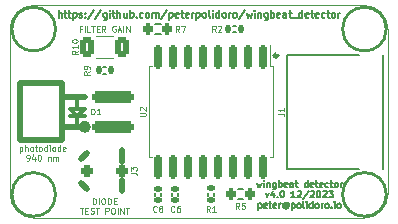
<source format=gto>
%TF.GenerationSoftware,KiCad,Pcbnew,7.0.10*%
%TF.CreationDate,2024-02-15T14:25:29-05:00*%
%TF.ProjectId,wingbeat_detector,77696e67-6265-4617-945f-646574656374,4.0*%
%TF.SameCoordinates,Original*%
%TF.FileFunction,Legend,Top*%
%TF.FilePolarity,Positive*%
%FSLAX46Y46*%
G04 Gerber Fmt 4.6, Leading zero omitted, Abs format (unit mm)*
G04 Created by KiCad (PCBNEW 7.0.10) date 2024-02-15 14:25:29*
%MOMM*%
%LPD*%
G01*
G04 APERTURE LIST*
G04 Aperture macros list*
%AMRoundRect*
0 Rectangle with rounded corners*
0 $1 Rounding radius*
0 $2 $3 $4 $5 $6 $7 $8 $9 X,Y pos of 4 corners*
0 Add a 4 corners polygon primitive as box body*
4,1,4,$2,$3,$4,$5,$6,$7,$8,$9,$2,$3,0*
0 Add four circle primitives for the rounded corners*
1,1,$1+$1,$2,$3*
1,1,$1+$1,$4,$5*
1,1,$1+$1,$6,$7*
1,1,$1+$1,$8,$9*
0 Add four rect primitives between the rounded corners*
20,1,$1+$1,$2,$3,$4,$5,0*
20,1,$1+$1,$4,$5,$6,$7,0*
20,1,$1+$1,$6,$7,$8,$9,0*
20,1,$1+$1,$8,$9,$2,$3,0*%
%AMFreePoly0*
4,1,18,-0.475000,0.910000,-0.460537,0.982710,-0.419350,1.044350,-0.357710,1.085537,-0.285000,1.100000,0.237500,1.100000,0.475000,0.862500,0.475000,-0.910000,0.460537,-0.982710,0.419350,-1.044350,0.357710,-1.085537,0.285000,-1.100000,-0.285000,-1.100000,-0.357710,-1.085537,-0.419350,-1.044350,-0.460537,-0.982710,-0.475000,-0.910000,-0.475000,0.910000,-0.475000,0.910000,$1*%
%AMFreePoly1*
4,1,18,-0.475000,0.862500,-0.237500,1.100000,0.285000,1.100000,0.357710,1.085537,0.419350,1.044350,0.460537,0.982710,0.475000,0.910000,0.475000,-0.910000,0.460537,-0.982710,0.419350,-1.044350,0.357710,-1.085537,0.285000,-1.100000,-0.285000,-1.100000,-0.357710,-1.085537,-0.419350,-1.044350,-0.460537,-0.982710,-0.475000,-0.910000,-0.475000,0.862500,-0.475000,0.862500,$1*%
G04 Aperture macros list end*
%ADD10C,0.125000*%
%ADD11C,0.150000*%
%ADD12C,0.137500*%
%ADD13C,0.250000*%
%ADD14C,0.127000*%
%ADD15C,0.120000*%
%ADD16C,0.300000*%
%ADD17C,0.500000*%
%ADD18C,2.660000*%
%ADD19C,0.650000*%
%ADD20O,0.650000X0.900000*%
%ADD21R,0.900000X0.300000*%
%ADD22C,0.600000*%
%ADD23O,1.300000X0.800000*%
%ADD24RoundRect,0.135000X-0.135000X-0.185000X0.135000X-0.185000X0.135000X0.185000X-0.135000X0.185000X0*%
%ADD25C,1.000000*%
%ADD26RoundRect,0.150000X-0.150000X0.875000X-0.150000X-0.875000X0.150000X-0.875000X0.150000X0.875000X0*%
%ADD27RoundRect,0.250000X-0.312500X-0.625000X0.312500X-0.625000X0.312500X0.625000X-0.312500X0.625000X0*%
%ADD28RoundRect,0.135000X0.185000X-0.135000X0.185000X0.135000X-0.185000X0.135000X-0.185000X-0.135000X0*%
%ADD29RoundRect,0.200000X0.200000X0.275000X-0.200000X0.275000X-0.200000X-0.275000X0.200000X-0.275000X0*%
%ADD30RoundRect,0.200000X-0.200000X-0.275000X0.200000X-0.275000X0.200000X0.275000X-0.200000X0.275000X0*%
%ADD31RoundRect,0.140000X0.170000X-0.140000X0.170000X0.140000X-0.170000X0.140000X-0.170000X-0.140000X0*%
%ADD32RoundRect,0.250000X-1.500000X-0.250000X1.500000X-0.250000X1.500000X0.250000X-1.500000X0.250000X0*%
%ADD33RoundRect,0.237500X0.237500X-0.262500X0.237500X0.262500X-0.237500X0.262500X-0.237500X-0.262500X0*%
%ADD34FreePoly0,90.000000*%
%ADD35FreePoly1,90.000000*%
%ADD36RoundRect,0.140000X-0.170000X0.140000X-0.170000X-0.140000X0.170000X-0.140000X0.170000X0.140000X0*%
%TA.AperFunction,Profile*%
%ADD37C,0.100000*%
%TD*%
G04 APERTURE END LIST*
D10*
X141011904Y-107822309D02*
X141011904Y-107322309D01*
X141011904Y-107322309D02*
X141130952Y-107322309D01*
X141130952Y-107322309D02*
X141202380Y-107346119D01*
X141202380Y-107346119D02*
X141249999Y-107393738D01*
X141249999Y-107393738D02*
X141273809Y-107441357D01*
X141273809Y-107441357D02*
X141297618Y-107536595D01*
X141297618Y-107536595D02*
X141297618Y-107608023D01*
X141297618Y-107608023D02*
X141273809Y-107703261D01*
X141273809Y-107703261D02*
X141249999Y-107750880D01*
X141249999Y-107750880D02*
X141202380Y-107798500D01*
X141202380Y-107798500D02*
X141130952Y-107822309D01*
X141130952Y-107822309D02*
X141011904Y-107822309D01*
X141511904Y-107822309D02*
X141511904Y-107322309D01*
X141845237Y-107322309D02*
X141940475Y-107322309D01*
X141940475Y-107322309D02*
X141988094Y-107346119D01*
X141988094Y-107346119D02*
X142035713Y-107393738D01*
X142035713Y-107393738D02*
X142059523Y-107488976D01*
X142059523Y-107488976D02*
X142059523Y-107655642D01*
X142059523Y-107655642D02*
X142035713Y-107750880D01*
X142035713Y-107750880D02*
X141988094Y-107798500D01*
X141988094Y-107798500D02*
X141940475Y-107822309D01*
X141940475Y-107822309D02*
X141845237Y-107822309D01*
X141845237Y-107822309D02*
X141797618Y-107798500D01*
X141797618Y-107798500D02*
X141749999Y-107750880D01*
X141749999Y-107750880D02*
X141726190Y-107655642D01*
X141726190Y-107655642D02*
X141726190Y-107488976D01*
X141726190Y-107488976D02*
X141749999Y-107393738D01*
X141749999Y-107393738D02*
X141797618Y-107346119D01*
X141797618Y-107346119D02*
X141845237Y-107322309D01*
X142273809Y-107822309D02*
X142273809Y-107322309D01*
X142273809Y-107322309D02*
X142392857Y-107322309D01*
X142392857Y-107322309D02*
X142464285Y-107346119D01*
X142464285Y-107346119D02*
X142511904Y-107393738D01*
X142511904Y-107393738D02*
X142535714Y-107441357D01*
X142535714Y-107441357D02*
X142559523Y-107536595D01*
X142559523Y-107536595D02*
X142559523Y-107608023D01*
X142559523Y-107608023D02*
X142535714Y-107703261D01*
X142535714Y-107703261D02*
X142511904Y-107750880D01*
X142511904Y-107750880D02*
X142464285Y-107798500D01*
X142464285Y-107798500D02*
X142392857Y-107822309D01*
X142392857Y-107822309D02*
X142273809Y-107822309D01*
X142773809Y-107560404D02*
X142940476Y-107560404D01*
X143011904Y-107822309D02*
X142773809Y-107822309D01*
X142773809Y-107822309D02*
X142773809Y-107322309D01*
X142773809Y-107322309D02*
X143011904Y-107322309D01*
X139928572Y-108127309D02*
X140214286Y-108127309D01*
X140071429Y-108627309D02*
X140071429Y-108127309D01*
X140380952Y-108365404D02*
X140547619Y-108365404D01*
X140619047Y-108627309D02*
X140380952Y-108627309D01*
X140380952Y-108627309D02*
X140380952Y-108127309D01*
X140380952Y-108127309D02*
X140619047Y-108127309D01*
X140809524Y-108603500D02*
X140880952Y-108627309D01*
X140880952Y-108627309D02*
X141000000Y-108627309D01*
X141000000Y-108627309D02*
X141047619Y-108603500D01*
X141047619Y-108603500D02*
X141071428Y-108579690D01*
X141071428Y-108579690D02*
X141095238Y-108532071D01*
X141095238Y-108532071D02*
X141095238Y-108484452D01*
X141095238Y-108484452D02*
X141071428Y-108436833D01*
X141071428Y-108436833D02*
X141047619Y-108413023D01*
X141047619Y-108413023D02*
X141000000Y-108389214D01*
X141000000Y-108389214D02*
X140904762Y-108365404D01*
X140904762Y-108365404D02*
X140857143Y-108341595D01*
X140857143Y-108341595D02*
X140833333Y-108317785D01*
X140833333Y-108317785D02*
X140809524Y-108270166D01*
X140809524Y-108270166D02*
X140809524Y-108222547D01*
X140809524Y-108222547D02*
X140833333Y-108174928D01*
X140833333Y-108174928D02*
X140857143Y-108151119D01*
X140857143Y-108151119D02*
X140904762Y-108127309D01*
X140904762Y-108127309D02*
X141023809Y-108127309D01*
X141023809Y-108127309D02*
X141095238Y-108151119D01*
X141238095Y-108127309D02*
X141523809Y-108127309D01*
X141380952Y-108627309D02*
X141380952Y-108127309D01*
X142071427Y-108627309D02*
X142071427Y-108127309D01*
X142071427Y-108127309D02*
X142261903Y-108127309D01*
X142261903Y-108127309D02*
X142309522Y-108151119D01*
X142309522Y-108151119D02*
X142333332Y-108174928D01*
X142333332Y-108174928D02*
X142357141Y-108222547D01*
X142357141Y-108222547D02*
X142357141Y-108293976D01*
X142357141Y-108293976D02*
X142333332Y-108341595D01*
X142333332Y-108341595D02*
X142309522Y-108365404D01*
X142309522Y-108365404D02*
X142261903Y-108389214D01*
X142261903Y-108389214D02*
X142071427Y-108389214D01*
X142666665Y-108127309D02*
X142761903Y-108127309D01*
X142761903Y-108127309D02*
X142809522Y-108151119D01*
X142809522Y-108151119D02*
X142857141Y-108198738D01*
X142857141Y-108198738D02*
X142880951Y-108293976D01*
X142880951Y-108293976D02*
X142880951Y-108460642D01*
X142880951Y-108460642D02*
X142857141Y-108555880D01*
X142857141Y-108555880D02*
X142809522Y-108603500D01*
X142809522Y-108603500D02*
X142761903Y-108627309D01*
X142761903Y-108627309D02*
X142666665Y-108627309D01*
X142666665Y-108627309D02*
X142619046Y-108603500D01*
X142619046Y-108603500D02*
X142571427Y-108555880D01*
X142571427Y-108555880D02*
X142547618Y-108460642D01*
X142547618Y-108460642D02*
X142547618Y-108293976D01*
X142547618Y-108293976D02*
X142571427Y-108198738D01*
X142571427Y-108198738D02*
X142619046Y-108151119D01*
X142619046Y-108151119D02*
X142666665Y-108127309D01*
X143095237Y-108627309D02*
X143095237Y-108127309D01*
X143333332Y-108627309D02*
X143333332Y-108127309D01*
X143333332Y-108127309D02*
X143619046Y-108627309D01*
X143619046Y-108627309D02*
X143619046Y-108127309D01*
X143785714Y-108127309D02*
X144071428Y-108127309D01*
X143928571Y-108627309D02*
X143928571Y-108127309D01*
X140047620Y-92962904D02*
X139880953Y-92962904D01*
X139880953Y-93224809D02*
X139880953Y-92724809D01*
X139880953Y-92724809D02*
X140119048Y-92724809D01*
X140309524Y-93224809D02*
X140309524Y-92724809D01*
X140785714Y-93224809D02*
X140547619Y-93224809D01*
X140547619Y-93224809D02*
X140547619Y-92724809D01*
X140880953Y-92724809D02*
X141166667Y-92724809D01*
X141023810Y-93224809D02*
X141023810Y-92724809D01*
X141333333Y-92962904D02*
X141500000Y-92962904D01*
X141571428Y-93224809D02*
X141333333Y-93224809D01*
X141333333Y-93224809D02*
X141333333Y-92724809D01*
X141333333Y-92724809D02*
X141571428Y-92724809D01*
X142071428Y-93224809D02*
X141904762Y-92986714D01*
X141785714Y-93224809D02*
X141785714Y-92724809D01*
X141785714Y-92724809D02*
X141976190Y-92724809D01*
X141976190Y-92724809D02*
X142023809Y-92748619D01*
X142023809Y-92748619D02*
X142047619Y-92772428D01*
X142047619Y-92772428D02*
X142071428Y-92820047D01*
X142071428Y-92820047D02*
X142071428Y-92891476D01*
X142071428Y-92891476D02*
X142047619Y-92939095D01*
X142047619Y-92939095D02*
X142023809Y-92962904D01*
X142023809Y-92962904D02*
X141976190Y-92986714D01*
X141976190Y-92986714D02*
X141785714Y-92986714D01*
X142928571Y-92748619D02*
X142880952Y-92724809D01*
X142880952Y-92724809D02*
X142809523Y-92724809D01*
X142809523Y-92724809D02*
X142738095Y-92748619D01*
X142738095Y-92748619D02*
X142690476Y-92796238D01*
X142690476Y-92796238D02*
X142666666Y-92843857D01*
X142666666Y-92843857D02*
X142642857Y-92939095D01*
X142642857Y-92939095D02*
X142642857Y-93010523D01*
X142642857Y-93010523D02*
X142666666Y-93105761D01*
X142666666Y-93105761D02*
X142690476Y-93153380D01*
X142690476Y-93153380D02*
X142738095Y-93201000D01*
X142738095Y-93201000D02*
X142809523Y-93224809D01*
X142809523Y-93224809D02*
X142857142Y-93224809D01*
X142857142Y-93224809D02*
X142928571Y-93201000D01*
X142928571Y-93201000D02*
X142952380Y-93177190D01*
X142952380Y-93177190D02*
X142952380Y-93010523D01*
X142952380Y-93010523D02*
X142857142Y-93010523D01*
X143142857Y-93081952D02*
X143380952Y-93081952D01*
X143095238Y-93224809D02*
X143261904Y-92724809D01*
X143261904Y-92724809D02*
X143428571Y-93224809D01*
X143595237Y-93224809D02*
X143595237Y-92724809D01*
X143833332Y-93224809D02*
X143833332Y-92724809D01*
X143833332Y-92724809D02*
X144119046Y-93224809D01*
X144119046Y-93224809D02*
X144119046Y-92724809D01*
D11*
X138114288Y-92019771D02*
X138114288Y-91419771D01*
X138371431Y-92019771D02*
X138371431Y-91705485D01*
X138371431Y-91705485D02*
X138342859Y-91648342D01*
X138342859Y-91648342D02*
X138285716Y-91619771D01*
X138285716Y-91619771D02*
X138200002Y-91619771D01*
X138200002Y-91619771D02*
X138142859Y-91648342D01*
X138142859Y-91648342D02*
X138114288Y-91676914D01*
X138571430Y-91619771D02*
X138800002Y-91619771D01*
X138657145Y-91419771D02*
X138657145Y-91934057D01*
X138657145Y-91934057D02*
X138685716Y-91991200D01*
X138685716Y-91991200D02*
X138742859Y-92019771D01*
X138742859Y-92019771D02*
X138800002Y-92019771D01*
X138914287Y-91619771D02*
X139142859Y-91619771D01*
X139000002Y-91419771D02*
X139000002Y-91934057D01*
X139000002Y-91934057D02*
X139028573Y-91991200D01*
X139028573Y-91991200D02*
X139085716Y-92019771D01*
X139085716Y-92019771D02*
X139142859Y-92019771D01*
X139342859Y-91619771D02*
X139342859Y-92219771D01*
X139342859Y-91648342D02*
X139400002Y-91619771D01*
X139400002Y-91619771D02*
X139514287Y-91619771D01*
X139514287Y-91619771D02*
X139571430Y-91648342D01*
X139571430Y-91648342D02*
X139600002Y-91676914D01*
X139600002Y-91676914D02*
X139628573Y-91734057D01*
X139628573Y-91734057D02*
X139628573Y-91905485D01*
X139628573Y-91905485D02*
X139600002Y-91962628D01*
X139600002Y-91962628D02*
X139571430Y-91991200D01*
X139571430Y-91991200D02*
X139514287Y-92019771D01*
X139514287Y-92019771D02*
X139400002Y-92019771D01*
X139400002Y-92019771D02*
X139342859Y-91991200D01*
X139857144Y-91991200D02*
X139914287Y-92019771D01*
X139914287Y-92019771D02*
X140028573Y-92019771D01*
X140028573Y-92019771D02*
X140085716Y-91991200D01*
X140085716Y-91991200D02*
X140114287Y-91934057D01*
X140114287Y-91934057D02*
X140114287Y-91905485D01*
X140114287Y-91905485D02*
X140085716Y-91848342D01*
X140085716Y-91848342D02*
X140028573Y-91819771D01*
X140028573Y-91819771D02*
X139942859Y-91819771D01*
X139942859Y-91819771D02*
X139885716Y-91791200D01*
X139885716Y-91791200D02*
X139857144Y-91734057D01*
X139857144Y-91734057D02*
X139857144Y-91705485D01*
X139857144Y-91705485D02*
X139885716Y-91648342D01*
X139885716Y-91648342D02*
X139942859Y-91619771D01*
X139942859Y-91619771D02*
X140028573Y-91619771D01*
X140028573Y-91619771D02*
X140085716Y-91648342D01*
X140371430Y-91962628D02*
X140400001Y-91991200D01*
X140400001Y-91991200D02*
X140371430Y-92019771D01*
X140371430Y-92019771D02*
X140342858Y-91991200D01*
X140342858Y-91991200D02*
X140371430Y-91962628D01*
X140371430Y-91962628D02*
X140371430Y-92019771D01*
X140371430Y-91648342D02*
X140400001Y-91676914D01*
X140400001Y-91676914D02*
X140371430Y-91705485D01*
X140371430Y-91705485D02*
X140342858Y-91676914D01*
X140342858Y-91676914D02*
X140371430Y-91648342D01*
X140371430Y-91648342D02*
X140371430Y-91705485D01*
X141085715Y-91391200D02*
X140571429Y-92162628D01*
X141714286Y-91391200D02*
X141200000Y-92162628D01*
X142171429Y-91619771D02*
X142171429Y-92105485D01*
X142171429Y-92105485D02*
X142142857Y-92162628D01*
X142142857Y-92162628D02*
X142114286Y-92191200D01*
X142114286Y-92191200D02*
X142057143Y-92219771D01*
X142057143Y-92219771D02*
X141971429Y-92219771D01*
X141971429Y-92219771D02*
X141914286Y-92191200D01*
X142171429Y-91991200D02*
X142114286Y-92019771D01*
X142114286Y-92019771D02*
X142000000Y-92019771D01*
X142000000Y-92019771D02*
X141942857Y-91991200D01*
X141942857Y-91991200D02*
X141914286Y-91962628D01*
X141914286Y-91962628D02*
X141885714Y-91905485D01*
X141885714Y-91905485D02*
X141885714Y-91734057D01*
X141885714Y-91734057D02*
X141914286Y-91676914D01*
X141914286Y-91676914D02*
X141942857Y-91648342D01*
X141942857Y-91648342D02*
X142000000Y-91619771D01*
X142000000Y-91619771D02*
X142114286Y-91619771D01*
X142114286Y-91619771D02*
X142171429Y-91648342D01*
X142457143Y-92019771D02*
X142457143Y-91619771D01*
X142457143Y-91419771D02*
X142428571Y-91448342D01*
X142428571Y-91448342D02*
X142457143Y-91476914D01*
X142457143Y-91476914D02*
X142485714Y-91448342D01*
X142485714Y-91448342D02*
X142457143Y-91419771D01*
X142457143Y-91419771D02*
X142457143Y-91476914D01*
X142657142Y-91619771D02*
X142885714Y-91619771D01*
X142742857Y-91419771D02*
X142742857Y-91934057D01*
X142742857Y-91934057D02*
X142771428Y-91991200D01*
X142771428Y-91991200D02*
X142828571Y-92019771D01*
X142828571Y-92019771D02*
X142885714Y-92019771D01*
X143085714Y-92019771D02*
X143085714Y-91419771D01*
X143342857Y-92019771D02*
X143342857Y-91705485D01*
X143342857Y-91705485D02*
X143314285Y-91648342D01*
X143314285Y-91648342D02*
X143257142Y-91619771D01*
X143257142Y-91619771D02*
X143171428Y-91619771D01*
X143171428Y-91619771D02*
X143114285Y-91648342D01*
X143114285Y-91648342D02*
X143085714Y-91676914D01*
X143885714Y-91619771D02*
X143885714Y-92019771D01*
X143628571Y-91619771D02*
X143628571Y-91934057D01*
X143628571Y-91934057D02*
X143657142Y-91991200D01*
X143657142Y-91991200D02*
X143714285Y-92019771D01*
X143714285Y-92019771D02*
X143799999Y-92019771D01*
X143799999Y-92019771D02*
X143857142Y-91991200D01*
X143857142Y-91991200D02*
X143885714Y-91962628D01*
X144171428Y-92019771D02*
X144171428Y-91419771D01*
X144171428Y-91648342D02*
X144228571Y-91619771D01*
X144228571Y-91619771D02*
X144342856Y-91619771D01*
X144342856Y-91619771D02*
X144399999Y-91648342D01*
X144399999Y-91648342D02*
X144428571Y-91676914D01*
X144428571Y-91676914D02*
X144457142Y-91734057D01*
X144457142Y-91734057D02*
X144457142Y-91905485D01*
X144457142Y-91905485D02*
X144428571Y-91962628D01*
X144428571Y-91962628D02*
X144399999Y-91991200D01*
X144399999Y-91991200D02*
X144342856Y-92019771D01*
X144342856Y-92019771D02*
X144228571Y-92019771D01*
X144228571Y-92019771D02*
X144171428Y-91991200D01*
X144714285Y-91962628D02*
X144742856Y-91991200D01*
X144742856Y-91991200D02*
X144714285Y-92019771D01*
X144714285Y-92019771D02*
X144685713Y-91991200D01*
X144685713Y-91991200D02*
X144714285Y-91962628D01*
X144714285Y-91962628D02*
X144714285Y-92019771D01*
X145257142Y-91991200D02*
X145199999Y-92019771D01*
X145199999Y-92019771D02*
X145085713Y-92019771D01*
X145085713Y-92019771D02*
X145028570Y-91991200D01*
X145028570Y-91991200D02*
X144999999Y-91962628D01*
X144999999Y-91962628D02*
X144971427Y-91905485D01*
X144971427Y-91905485D02*
X144971427Y-91734057D01*
X144971427Y-91734057D02*
X144999999Y-91676914D01*
X144999999Y-91676914D02*
X145028570Y-91648342D01*
X145028570Y-91648342D02*
X145085713Y-91619771D01*
X145085713Y-91619771D02*
X145199999Y-91619771D01*
X145199999Y-91619771D02*
X145257142Y-91648342D01*
X145599999Y-92019771D02*
X145542856Y-91991200D01*
X145542856Y-91991200D02*
X145514285Y-91962628D01*
X145514285Y-91962628D02*
X145485713Y-91905485D01*
X145485713Y-91905485D02*
X145485713Y-91734057D01*
X145485713Y-91734057D02*
X145514285Y-91676914D01*
X145514285Y-91676914D02*
X145542856Y-91648342D01*
X145542856Y-91648342D02*
X145599999Y-91619771D01*
X145599999Y-91619771D02*
X145685713Y-91619771D01*
X145685713Y-91619771D02*
X145742856Y-91648342D01*
X145742856Y-91648342D02*
X145771428Y-91676914D01*
X145771428Y-91676914D02*
X145799999Y-91734057D01*
X145799999Y-91734057D02*
X145799999Y-91905485D01*
X145799999Y-91905485D02*
X145771428Y-91962628D01*
X145771428Y-91962628D02*
X145742856Y-91991200D01*
X145742856Y-91991200D02*
X145685713Y-92019771D01*
X145685713Y-92019771D02*
X145599999Y-92019771D01*
X146057142Y-92019771D02*
X146057142Y-91619771D01*
X146057142Y-91676914D02*
X146085713Y-91648342D01*
X146085713Y-91648342D02*
X146142856Y-91619771D01*
X146142856Y-91619771D02*
X146228570Y-91619771D01*
X146228570Y-91619771D02*
X146285713Y-91648342D01*
X146285713Y-91648342D02*
X146314285Y-91705485D01*
X146314285Y-91705485D02*
X146314285Y-92019771D01*
X146314285Y-91705485D02*
X146342856Y-91648342D01*
X146342856Y-91648342D02*
X146399999Y-91619771D01*
X146399999Y-91619771D02*
X146485713Y-91619771D01*
X146485713Y-91619771D02*
X146542856Y-91648342D01*
X146542856Y-91648342D02*
X146571427Y-91705485D01*
X146571427Y-91705485D02*
X146571427Y-92019771D01*
X147285713Y-91391200D02*
X146771427Y-92162628D01*
X147485713Y-91619771D02*
X147485713Y-92219771D01*
X147485713Y-91648342D02*
X147542856Y-91619771D01*
X147542856Y-91619771D02*
X147657141Y-91619771D01*
X147657141Y-91619771D02*
X147714284Y-91648342D01*
X147714284Y-91648342D02*
X147742856Y-91676914D01*
X147742856Y-91676914D02*
X147771427Y-91734057D01*
X147771427Y-91734057D02*
X147771427Y-91905485D01*
X147771427Y-91905485D02*
X147742856Y-91962628D01*
X147742856Y-91962628D02*
X147714284Y-91991200D01*
X147714284Y-91991200D02*
X147657141Y-92019771D01*
X147657141Y-92019771D02*
X147542856Y-92019771D01*
X147542856Y-92019771D02*
X147485713Y-91991200D01*
X148257141Y-91991200D02*
X148199998Y-92019771D01*
X148199998Y-92019771D02*
X148085713Y-92019771D01*
X148085713Y-92019771D02*
X148028570Y-91991200D01*
X148028570Y-91991200D02*
X147999998Y-91934057D01*
X147999998Y-91934057D02*
X147999998Y-91705485D01*
X147999998Y-91705485D02*
X148028570Y-91648342D01*
X148028570Y-91648342D02*
X148085713Y-91619771D01*
X148085713Y-91619771D02*
X148199998Y-91619771D01*
X148199998Y-91619771D02*
X148257141Y-91648342D01*
X148257141Y-91648342D02*
X148285713Y-91705485D01*
X148285713Y-91705485D02*
X148285713Y-91762628D01*
X148285713Y-91762628D02*
X147999998Y-91819771D01*
X148457141Y-91619771D02*
X148685713Y-91619771D01*
X148542856Y-91419771D02*
X148542856Y-91934057D01*
X148542856Y-91934057D02*
X148571427Y-91991200D01*
X148571427Y-91991200D02*
X148628570Y-92019771D01*
X148628570Y-92019771D02*
X148685713Y-92019771D01*
X149114284Y-91991200D02*
X149057141Y-92019771D01*
X149057141Y-92019771D02*
X148942856Y-92019771D01*
X148942856Y-92019771D02*
X148885713Y-91991200D01*
X148885713Y-91991200D02*
X148857141Y-91934057D01*
X148857141Y-91934057D02*
X148857141Y-91705485D01*
X148857141Y-91705485D02*
X148885713Y-91648342D01*
X148885713Y-91648342D02*
X148942856Y-91619771D01*
X148942856Y-91619771D02*
X149057141Y-91619771D01*
X149057141Y-91619771D02*
X149114284Y-91648342D01*
X149114284Y-91648342D02*
X149142856Y-91705485D01*
X149142856Y-91705485D02*
X149142856Y-91762628D01*
X149142856Y-91762628D02*
X148857141Y-91819771D01*
X149399999Y-92019771D02*
X149399999Y-91619771D01*
X149399999Y-91734057D02*
X149428570Y-91676914D01*
X149428570Y-91676914D02*
X149457142Y-91648342D01*
X149457142Y-91648342D02*
X149514284Y-91619771D01*
X149514284Y-91619771D02*
X149571427Y-91619771D01*
X149771428Y-91619771D02*
X149771428Y-92219771D01*
X149771428Y-91648342D02*
X149828571Y-91619771D01*
X149828571Y-91619771D02*
X149942856Y-91619771D01*
X149942856Y-91619771D02*
X149999999Y-91648342D01*
X149999999Y-91648342D02*
X150028571Y-91676914D01*
X150028571Y-91676914D02*
X150057142Y-91734057D01*
X150057142Y-91734057D02*
X150057142Y-91905485D01*
X150057142Y-91905485D02*
X150028571Y-91962628D01*
X150028571Y-91962628D02*
X149999999Y-91991200D01*
X149999999Y-91991200D02*
X149942856Y-92019771D01*
X149942856Y-92019771D02*
X149828571Y-92019771D01*
X149828571Y-92019771D02*
X149771428Y-91991200D01*
X150399999Y-92019771D02*
X150342856Y-91991200D01*
X150342856Y-91991200D02*
X150314285Y-91962628D01*
X150314285Y-91962628D02*
X150285713Y-91905485D01*
X150285713Y-91905485D02*
X150285713Y-91734057D01*
X150285713Y-91734057D02*
X150314285Y-91676914D01*
X150314285Y-91676914D02*
X150342856Y-91648342D01*
X150342856Y-91648342D02*
X150399999Y-91619771D01*
X150399999Y-91619771D02*
X150485713Y-91619771D01*
X150485713Y-91619771D02*
X150542856Y-91648342D01*
X150542856Y-91648342D02*
X150571428Y-91676914D01*
X150571428Y-91676914D02*
X150599999Y-91734057D01*
X150599999Y-91734057D02*
X150599999Y-91905485D01*
X150599999Y-91905485D02*
X150571428Y-91962628D01*
X150571428Y-91962628D02*
X150542856Y-91991200D01*
X150542856Y-91991200D02*
X150485713Y-92019771D01*
X150485713Y-92019771D02*
X150399999Y-92019771D01*
X150942856Y-92019771D02*
X150885713Y-91991200D01*
X150885713Y-91991200D02*
X150857142Y-91934057D01*
X150857142Y-91934057D02*
X150857142Y-91419771D01*
X151171428Y-92019771D02*
X151171428Y-91619771D01*
X151171428Y-91419771D02*
X151142856Y-91448342D01*
X151142856Y-91448342D02*
X151171428Y-91476914D01*
X151171428Y-91476914D02*
X151199999Y-91448342D01*
X151199999Y-91448342D02*
X151171428Y-91419771D01*
X151171428Y-91419771D02*
X151171428Y-91476914D01*
X151714285Y-92019771D02*
X151714285Y-91419771D01*
X151714285Y-91991200D02*
X151657142Y-92019771D01*
X151657142Y-92019771D02*
X151542856Y-92019771D01*
X151542856Y-92019771D02*
X151485713Y-91991200D01*
X151485713Y-91991200D02*
X151457142Y-91962628D01*
X151457142Y-91962628D02*
X151428570Y-91905485D01*
X151428570Y-91905485D02*
X151428570Y-91734057D01*
X151428570Y-91734057D02*
X151457142Y-91676914D01*
X151457142Y-91676914D02*
X151485713Y-91648342D01*
X151485713Y-91648342D02*
X151542856Y-91619771D01*
X151542856Y-91619771D02*
X151657142Y-91619771D01*
X151657142Y-91619771D02*
X151714285Y-91648342D01*
X152085713Y-92019771D02*
X152028570Y-91991200D01*
X152028570Y-91991200D02*
X151999999Y-91962628D01*
X151999999Y-91962628D02*
X151971427Y-91905485D01*
X151971427Y-91905485D02*
X151971427Y-91734057D01*
X151971427Y-91734057D02*
X151999999Y-91676914D01*
X151999999Y-91676914D02*
X152028570Y-91648342D01*
X152028570Y-91648342D02*
X152085713Y-91619771D01*
X152085713Y-91619771D02*
X152171427Y-91619771D01*
X152171427Y-91619771D02*
X152228570Y-91648342D01*
X152228570Y-91648342D02*
X152257142Y-91676914D01*
X152257142Y-91676914D02*
X152285713Y-91734057D01*
X152285713Y-91734057D02*
X152285713Y-91905485D01*
X152285713Y-91905485D02*
X152257142Y-91962628D01*
X152257142Y-91962628D02*
X152228570Y-91991200D01*
X152228570Y-91991200D02*
X152171427Y-92019771D01*
X152171427Y-92019771D02*
X152085713Y-92019771D01*
X152542856Y-92019771D02*
X152542856Y-91619771D01*
X152542856Y-91734057D02*
X152571427Y-91676914D01*
X152571427Y-91676914D02*
X152599999Y-91648342D01*
X152599999Y-91648342D02*
X152657141Y-91619771D01*
X152657141Y-91619771D02*
X152714284Y-91619771D01*
X152999999Y-92019771D02*
X152942856Y-91991200D01*
X152942856Y-91991200D02*
X152914285Y-91962628D01*
X152914285Y-91962628D02*
X152885713Y-91905485D01*
X152885713Y-91905485D02*
X152885713Y-91734057D01*
X152885713Y-91734057D02*
X152914285Y-91676914D01*
X152914285Y-91676914D02*
X152942856Y-91648342D01*
X152942856Y-91648342D02*
X152999999Y-91619771D01*
X152999999Y-91619771D02*
X153085713Y-91619771D01*
X153085713Y-91619771D02*
X153142856Y-91648342D01*
X153142856Y-91648342D02*
X153171428Y-91676914D01*
X153171428Y-91676914D02*
X153199999Y-91734057D01*
X153199999Y-91734057D02*
X153199999Y-91905485D01*
X153199999Y-91905485D02*
X153171428Y-91962628D01*
X153171428Y-91962628D02*
X153142856Y-91991200D01*
X153142856Y-91991200D02*
X153085713Y-92019771D01*
X153085713Y-92019771D02*
X152999999Y-92019771D01*
X153885713Y-91391200D02*
X153371427Y-92162628D01*
X154028570Y-91619771D02*
X154142856Y-92019771D01*
X154142856Y-92019771D02*
X154257141Y-91734057D01*
X154257141Y-91734057D02*
X154371427Y-92019771D01*
X154371427Y-92019771D02*
X154485713Y-91619771D01*
X154714284Y-92019771D02*
X154714284Y-91619771D01*
X154714284Y-91419771D02*
X154685712Y-91448342D01*
X154685712Y-91448342D02*
X154714284Y-91476914D01*
X154714284Y-91476914D02*
X154742855Y-91448342D01*
X154742855Y-91448342D02*
X154714284Y-91419771D01*
X154714284Y-91419771D02*
X154714284Y-91476914D01*
X154999998Y-91619771D02*
X154999998Y-92019771D01*
X154999998Y-91676914D02*
X155028569Y-91648342D01*
X155028569Y-91648342D02*
X155085712Y-91619771D01*
X155085712Y-91619771D02*
X155171426Y-91619771D01*
X155171426Y-91619771D02*
X155228569Y-91648342D01*
X155228569Y-91648342D02*
X155257141Y-91705485D01*
X155257141Y-91705485D02*
X155257141Y-92019771D01*
X155799998Y-91619771D02*
X155799998Y-92105485D01*
X155799998Y-92105485D02*
X155771426Y-92162628D01*
X155771426Y-92162628D02*
X155742855Y-92191200D01*
X155742855Y-92191200D02*
X155685712Y-92219771D01*
X155685712Y-92219771D02*
X155599998Y-92219771D01*
X155599998Y-92219771D02*
X155542855Y-92191200D01*
X155799998Y-91991200D02*
X155742855Y-92019771D01*
X155742855Y-92019771D02*
X155628569Y-92019771D01*
X155628569Y-92019771D02*
X155571426Y-91991200D01*
X155571426Y-91991200D02*
X155542855Y-91962628D01*
X155542855Y-91962628D02*
X155514283Y-91905485D01*
X155514283Y-91905485D02*
X155514283Y-91734057D01*
X155514283Y-91734057D02*
X155542855Y-91676914D01*
X155542855Y-91676914D02*
X155571426Y-91648342D01*
X155571426Y-91648342D02*
X155628569Y-91619771D01*
X155628569Y-91619771D02*
X155742855Y-91619771D01*
X155742855Y-91619771D02*
X155799998Y-91648342D01*
X156085712Y-92019771D02*
X156085712Y-91419771D01*
X156085712Y-91648342D02*
X156142855Y-91619771D01*
X156142855Y-91619771D02*
X156257140Y-91619771D01*
X156257140Y-91619771D02*
X156314283Y-91648342D01*
X156314283Y-91648342D02*
X156342855Y-91676914D01*
X156342855Y-91676914D02*
X156371426Y-91734057D01*
X156371426Y-91734057D02*
X156371426Y-91905485D01*
X156371426Y-91905485D02*
X156342855Y-91962628D01*
X156342855Y-91962628D02*
X156314283Y-91991200D01*
X156314283Y-91991200D02*
X156257140Y-92019771D01*
X156257140Y-92019771D02*
X156142855Y-92019771D01*
X156142855Y-92019771D02*
X156085712Y-91991200D01*
X156857140Y-91991200D02*
X156799997Y-92019771D01*
X156799997Y-92019771D02*
X156685712Y-92019771D01*
X156685712Y-92019771D02*
X156628569Y-91991200D01*
X156628569Y-91991200D02*
X156599997Y-91934057D01*
X156599997Y-91934057D02*
X156599997Y-91705485D01*
X156599997Y-91705485D02*
X156628569Y-91648342D01*
X156628569Y-91648342D02*
X156685712Y-91619771D01*
X156685712Y-91619771D02*
X156799997Y-91619771D01*
X156799997Y-91619771D02*
X156857140Y-91648342D01*
X156857140Y-91648342D02*
X156885712Y-91705485D01*
X156885712Y-91705485D02*
X156885712Y-91762628D01*
X156885712Y-91762628D02*
X156599997Y-91819771D01*
X157399998Y-92019771D02*
X157399998Y-91705485D01*
X157399998Y-91705485D02*
X157371426Y-91648342D01*
X157371426Y-91648342D02*
X157314283Y-91619771D01*
X157314283Y-91619771D02*
X157199998Y-91619771D01*
X157199998Y-91619771D02*
X157142855Y-91648342D01*
X157399998Y-91991200D02*
X157342855Y-92019771D01*
X157342855Y-92019771D02*
X157199998Y-92019771D01*
X157199998Y-92019771D02*
X157142855Y-91991200D01*
X157142855Y-91991200D02*
X157114283Y-91934057D01*
X157114283Y-91934057D02*
X157114283Y-91876914D01*
X157114283Y-91876914D02*
X157142855Y-91819771D01*
X157142855Y-91819771D02*
X157199998Y-91791200D01*
X157199998Y-91791200D02*
X157342855Y-91791200D01*
X157342855Y-91791200D02*
X157399998Y-91762628D01*
X157599997Y-91619771D02*
X157828569Y-91619771D01*
X157685712Y-91419771D02*
X157685712Y-91934057D01*
X157685712Y-91934057D02*
X157714283Y-91991200D01*
X157714283Y-91991200D02*
X157771426Y-92019771D01*
X157771426Y-92019771D02*
X157828569Y-92019771D01*
X157885712Y-92076914D02*
X158342854Y-92076914D01*
X158742855Y-92019771D02*
X158742855Y-91419771D01*
X158742855Y-91991200D02*
X158685712Y-92019771D01*
X158685712Y-92019771D02*
X158571426Y-92019771D01*
X158571426Y-92019771D02*
X158514283Y-91991200D01*
X158514283Y-91991200D02*
X158485712Y-91962628D01*
X158485712Y-91962628D02*
X158457140Y-91905485D01*
X158457140Y-91905485D02*
X158457140Y-91734057D01*
X158457140Y-91734057D02*
X158485712Y-91676914D01*
X158485712Y-91676914D02*
X158514283Y-91648342D01*
X158514283Y-91648342D02*
X158571426Y-91619771D01*
X158571426Y-91619771D02*
X158685712Y-91619771D01*
X158685712Y-91619771D02*
X158742855Y-91648342D01*
X159257140Y-91991200D02*
X159199997Y-92019771D01*
X159199997Y-92019771D02*
X159085712Y-92019771D01*
X159085712Y-92019771D02*
X159028569Y-91991200D01*
X159028569Y-91991200D02*
X158999997Y-91934057D01*
X158999997Y-91934057D02*
X158999997Y-91705485D01*
X158999997Y-91705485D02*
X159028569Y-91648342D01*
X159028569Y-91648342D02*
X159085712Y-91619771D01*
X159085712Y-91619771D02*
X159199997Y-91619771D01*
X159199997Y-91619771D02*
X159257140Y-91648342D01*
X159257140Y-91648342D02*
X159285712Y-91705485D01*
X159285712Y-91705485D02*
X159285712Y-91762628D01*
X159285712Y-91762628D02*
X158999997Y-91819771D01*
X159457140Y-91619771D02*
X159685712Y-91619771D01*
X159542855Y-91419771D02*
X159542855Y-91934057D01*
X159542855Y-91934057D02*
X159571426Y-91991200D01*
X159571426Y-91991200D02*
X159628569Y-92019771D01*
X159628569Y-92019771D02*
X159685712Y-92019771D01*
X160114283Y-91991200D02*
X160057140Y-92019771D01*
X160057140Y-92019771D02*
X159942855Y-92019771D01*
X159942855Y-92019771D02*
X159885712Y-91991200D01*
X159885712Y-91991200D02*
X159857140Y-91934057D01*
X159857140Y-91934057D02*
X159857140Y-91705485D01*
X159857140Y-91705485D02*
X159885712Y-91648342D01*
X159885712Y-91648342D02*
X159942855Y-91619771D01*
X159942855Y-91619771D02*
X160057140Y-91619771D01*
X160057140Y-91619771D02*
X160114283Y-91648342D01*
X160114283Y-91648342D02*
X160142855Y-91705485D01*
X160142855Y-91705485D02*
X160142855Y-91762628D01*
X160142855Y-91762628D02*
X159857140Y-91819771D01*
X160657141Y-91991200D02*
X160599998Y-92019771D01*
X160599998Y-92019771D02*
X160485712Y-92019771D01*
X160485712Y-92019771D02*
X160428569Y-91991200D01*
X160428569Y-91991200D02*
X160399998Y-91962628D01*
X160399998Y-91962628D02*
X160371426Y-91905485D01*
X160371426Y-91905485D02*
X160371426Y-91734057D01*
X160371426Y-91734057D02*
X160399998Y-91676914D01*
X160399998Y-91676914D02*
X160428569Y-91648342D01*
X160428569Y-91648342D02*
X160485712Y-91619771D01*
X160485712Y-91619771D02*
X160599998Y-91619771D01*
X160599998Y-91619771D02*
X160657141Y-91648342D01*
X160828569Y-91619771D02*
X161057141Y-91619771D01*
X160914284Y-91419771D02*
X160914284Y-91934057D01*
X160914284Y-91934057D02*
X160942855Y-91991200D01*
X160942855Y-91991200D02*
X160999998Y-92019771D01*
X160999998Y-92019771D02*
X161057141Y-92019771D01*
X161342855Y-92019771D02*
X161285712Y-91991200D01*
X161285712Y-91991200D02*
X161257141Y-91962628D01*
X161257141Y-91962628D02*
X161228569Y-91905485D01*
X161228569Y-91905485D02*
X161228569Y-91734057D01*
X161228569Y-91734057D02*
X161257141Y-91676914D01*
X161257141Y-91676914D02*
X161285712Y-91648342D01*
X161285712Y-91648342D02*
X161342855Y-91619771D01*
X161342855Y-91619771D02*
X161428569Y-91619771D01*
X161428569Y-91619771D02*
X161485712Y-91648342D01*
X161485712Y-91648342D02*
X161514284Y-91676914D01*
X161514284Y-91676914D02*
X161542855Y-91734057D01*
X161542855Y-91734057D02*
X161542855Y-91905485D01*
X161542855Y-91905485D02*
X161514284Y-91962628D01*
X161514284Y-91962628D02*
X161485712Y-91991200D01*
X161485712Y-91991200D02*
X161428569Y-92019771D01*
X161428569Y-92019771D02*
X161342855Y-92019771D01*
X161799998Y-92019771D02*
X161799998Y-91619771D01*
X161799998Y-91734057D02*
X161828569Y-91676914D01*
X161828569Y-91676914D02*
X161857141Y-91648342D01*
X161857141Y-91648342D02*
X161914283Y-91619771D01*
X161914283Y-91619771D02*
X161971426Y-91619771D01*
D12*
X154872618Y-105995123D02*
X154977380Y-106361790D01*
X154977380Y-106361790D02*
X155082142Y-106099885D01*
X155082142Y-106099885D02*
X155186904Y-106361790D01*
X155186904Y-106361790D02*
X155291666Y-105995123D01*
X155501189Y-106361790D02*
X155501189Y-105995123D01*
X155501189Y-105811790D02*
X155474998Y-105837980D01*
X155474998Y-105837980D02*
X155501189Y-105864171D01*
X155501189Y-105864171D02*
X155527379Y-105837980D01*
X155527379Y-105837980D02*
X155501189Y-105811790D01*
X155501189Y-105811790D02*
X155501189Y-105864171D01*
X155763094Y-105995123D02*
X155763094Y-106361790D01*
X155763094Y-106047504D02*
X155789284Y-106021314D01*
X155789284Y-106021314D02*
X155841665Y-105995123D01*
X155841665Y-105995123D02*
X155920237Y-105995123D01*
X155920237Y-105995123D02*
X155972618Y-106021314D01*
X155972618Y-106021314D02*
X155998808Y-106073695D01*
X155998808Y-106073695D02*
X155998808Y-106361790D01*
X156496427Y-105995123D02*
X156496427Y-106440361D01*
X156496427Y-106440361D02*
X156470237Y-106492742D01*
X156470237Y-106492742D02*
X156444046Y-106518933D01*
X156444046Y-106518933D02*
X156391665Y-106545123D01*
X156391665Y-106545123D02*
X156313094Y-106545123D01*
X156313094Y-106545123D02*
X156260713Y-106518933D01*
X156496427Y-106335600D02*
X156444046Y-106361790D01*
X156444046Y-106361790D02*
X156339284Y-106361790D01*
X156339284Y-106361790D02*
X156286903Y-106335600D01*
X156286903Y-106335600D02*
X156260713Y-106309409D01*
X156260713Y-106309409D02*
X156234522Y-106257028D01*
X156234522Y-106257028D02*
X156234522Y-106099885D01*
X156234522Y-106099885D02*
X156260713Y-106047504D01*
X156260713Y-106047504D02*
X156286903Y-106021314D01*
X156286903Y-106021314D02*
X156339284Y-105995123D01*
X156339284Y-105995123D02*
X156444046Y-105995123D01*
X156444046Y-105995123D02*
X156496427Y-106021314D01*
X156758332Y-106361790D02*
X156758332Y-105811790D01*
X156758332Y-106021314D02*
X156810713Y-105995123D01*
X156810713Y-105995123D02*
X156915475Y-105995123D01*
X156915475Y-105995123D02*
X156967856Y-106021314D01*
X156967856Y-106021314D02*
X156994046Y-106047504D01*
X156994046Y-106047504D02*
X157020237Y-106099885D01*
X157020237Y-106099885D02*
X157020237Y-106257028D01*
X157020237Y-106257028D02*
X156994046Y-106309409D01*
X156994046Y-106309409D02*
X156967856Y-106335600D01*
X156967856Y-106335600D02*
X156915475Y-106361790D01*
X156915475Y-106361790D02*
X156810713Y-106361790D01*
X156810713Y-106361790D02*
X156758332Y-106335600D01*
X157465475Y-106335600D02*
X157413094Y-106361790D01*
X157413094Y-106361790D02*
X157308332Y-106361790D01*
X157308332Y-106361790D02*
X157255951Y-106335600D01*
X157255951Y-106335600D02*
X157229760Y-106283219D01*
X157229760Y-106283219D02*
X157229760Y-106073695D01*
X157229760Y-106073695D02*
X157255951Y-106021314D01*
X157255951Y-106021314D02*
X157308332Y-105995123D01*
X157308332Y-105995123D02*
X157413094Y-105995123D01*
X157413094Y-105995123D02*
X157465475Y-106021314D01*
X157465475Y-106021314D02*
X157491665Y-106073695D01*
X157491665Y-106073695D02*
X157491665Y-106126076D01*
X157491665Y-106126076D02*
X157229760Y-106178457D01*
X157963094Y-106361790D02*
X157963094Y-106073695D01*
X157963094Y-106073695D02*
X157936904Y-106021314D01*
X157936904Y-106021314D02*
X157884523Y-105995123D01*
X157884523Y-105995123D02*
X157779761Y-105995123D01*
X157779761Y-105995123D02*
X157727380Y-106021314D01*
X157963094Y-106335600D02*
X157910713Y-106361790D01*
X157910713Y-106361790D02*
X157779761Y-106361790D01*
X157779761Y-106361790D02*
X157727380Y-106335600D01*
X157727380Y-106335600D02*
X157701189Y-106283219D01*
X157701189Y-106283219D02*
X157701189Y-106230838D01*
X157701189Y-106230838D02*
X157727380Y-106178457D01*
X157727380Y-106178457D02*
X157779761Y-106152266D01*
X157779761Y-106152266D02*
X157910713Y-106152266D01*
X157910713Y-106152266D02*
X157963094Y-106126076D01*
X158146427Y-105995123D02*
X158355951Y-105995123D01*
X158224999Y-105811790D02*
X158224999Y-106283219D01*
X158224999Y-106283219D02*
X158251189Y-106335600D01*
X158251189Y-106335600D02*
X158303570Y-106361790D01*
X158303570Y-106361790D02*
X158355951Y-106361790D01*
X159194047Y-106361790D02*
X159194047Y-105811790D01*
X159194047Y-106335600D02*
X159141666Y-106361790D01*
X159141666Y-106361790D02*
X159036904Y-106361790D01*
X159036904Y-106361790D02*
X158984523Y-106335600D01*
X158984523Y-106335600D02*
X158958333Y-106309409D01*
X158958333Y-106309409D02*
X158932142Y-106257028D01*
X158932142Y-106257028D02*
X158932142Y-106099885D01*
X158932142Y-106099885D02*
X158958333Y-106047504D01*
X158958333Y-106047504D02*
X158984523Y-106021314D01*
X158984523Y-106021314D02*
X159036904Y-105995123D01*
X159036904Y-105995123D02*
X159141666Y-105995123D01*
X159141666Y-105995123D02*
X159194047Y-106021314D01*
X159665476Y-106335600D02*
X159613095Y-106361790D01*
X159613095Y-106361790D02*
X159508333Y-106361790D01*
X159508333Y-106361790D02*
X159455952Y-106335600D01*
X159455952Y-106335600D02*
X159429761Y-106283219D01*
X159429761Y-106283219D02*
X159429761Y-106073695D01*
X159429761Y-106073695D02*
X159455952Y-106021314D01*
X159455952Y-106021314D02*
X159508333Y-105995123D01*
X159508333Y-105995123D02*
X159613095Y-105995123D01*
X159613095Y-105995123D02*
X159665476Y-106021314D01*
X159665476Y-106021314D02*
X159691666Y-106073695D01*
X159691666Y-106073695D02*
X159691666Y-106126076D01*
X159691666Y-106126076D02*
X159429761Y-106178457D01*
X159848809Y-105995123D02*
X160058333Y-105995123D01*
X159927381Y-105811790D02*
X159927381Y-106283219D01*
X159927381Y-106283219D02*
X159953571Y-106335600D01*
X159953571Y-106335600D02*
X160005952Y-106361790D01*
X160005952Y-106361790D02*
X160058333Y-106361790D01*
X160451191Y-106335600D02*
X160398810Y-106361790D01*
X160398810Y-106361790D02*
X160294048Y-106361790D01*
X160294048Y-106361790D02*
X160241667Y-106335600D01*
X160241667Y-106335600D02*
X160215476Y-106283219D01*
X160215476Y-106283219D02*
X160215476Y-106073695D01*
X160215476Y-106073695D02*
X160241667Y-106021314D01*
X160241667Y-106021314D02*
X160294048Y-105995123D01*
X160294048Y-105995123D02*
X160398810Y-105995123D01*
X160398810Y-105995123D02*
X160451191Y-106021314D01*
X160451191Y-106021314D02*
X160477381Y-106073695D01*
X160477381Y-106073695D02*
X160477381Y-106126076D01*
X160477381Y-106126076D02*
X160215476Y-106178457D01*
X160948810Y-106335600D02*
X160896429Y-106361790D01*
X160896429Y-106361790D02*
X160791667Y-106361790D01*
X160791667Y-106361790D02*
X160739286Y-106335600D01*
X160739286Y-106335600D02*
X160713096Y-106309409D01*
X160713096Y-106309409D02*
X160686905Y-106257028D01*
X160686905Y-106257028D02*
X160686905Y-106099885D01*
X160686905Y-106099885D02*
X160713096Y-106047504D01*
X160713096Y-106047504D02*
X160739286Y-106021314D01*
X160739286Y-106021314D02*
X160791667Y-105995123D01*
X160791667Y-105995123D02*
X160896429Y-105995123D01*
X160896429Y-105995123D02*
X160948810Y-106021314D01*
X161105953Y-105995123D02*
X161315477Y-105995123D01*
X161184525Y-105811790D02*
X161184525Y-106283219D01*
X161184525Y-106283219D02*
X161210715Y-106335600D01*
X161210715Y-106335600D02*
X161263096Y-106361790D01*
X161263096Y-106361790D02*
X161315477Y-106361790D01*
X161577382Y-106361790D02*
X161525001Y-106335600D01*
X161525001Y-106335600D02*
X161498811Y-106309409D01*
X161498811Y-106309409D02*
X161472620Y-106257028D01*
X161472620Y-106257028D02*
X161472620Y-106099885D01*
X161472620Y-106099885D02*
X161498811Y-106047504D01*
X161498811Y-106047504D02*
X161525001Y-106021314D01*
X161525001Y-106021314D02*
X161577382Y-105995123D01*
X161577382Y-105995123D02*
X161655954Y-105995123D01*
X161655954Y-105995123D02*
X161708335Y-106021314D01*
X161708335Y-106021314D02*
X161734525Y-106047504D01*
X161734525Y-106047504D02*
X161760716Y-106099885D01*
X161760716Y-106099885D02*
X161760716Y-106257028D01*
X161760716Y-106257028D02*
X161734525Y-106309409D01*
X161734525Y-106309409D02*
X161708335Y-106335600D01*
X161708335Y-106335600D02*
X161655954Y-106361790D01*
X161655954Y-106361790D02*
X161577382Y-106361790D01*
X161996430Y-106361790D02*
X161996430Y-105995123D01*
X161996430Y-106099885D02*
X162022620Y-106047504D01*
X162022620Y-106047504D02*
X162048811Y-106021314D01*
X162048811Y-106021314D02*
X162101192Y-105995123D01*
X162101192Y-105995123D02*
X162153573Y-105995123D01*
X155645236Y-106880623D02*
X155776188Y-107247290D01*
X155776188Y-107247290D02*
X155907141Y-106880623D01*
X156352379Y-106880623D02*
X156352379Y-107247290D01*
X156221427Y-106671100D02*
X156090474Y-107063957D01*
X156090474Y-107063957D02*
X156430951Y-107063957D01*
X156640475Y-107194909D02*
X156666665Y-107221100D01*
X156666665Y-107221100D02*
X156640475Y-107247290D01*
X156640475Y-107247290D02*
X156614284Y-107221100D01*
X156614284Y-107221100D02*
X156640475Y-107194909D01*
X156640475Y-107194909D02*
X156640475Y-107247290D01*
X157007142Y-106697290D02*
X157059523Y-106697290D01*
X157059523Y-106697290D02*
X157111904Y-106723480D01*
X157111904Y-106723480D02*
X157138094Y-106749671D01*
X157138094Y-106749671D02*
X157164285Y-106802052D01*
X157164285Y-106802052D02*
X157190475Y-106906814D01*
X157190475Y-106906814D02*
X157190475Y-107037766D01*
X157190475Y-107037766D02*
X157164285Y-107142528D01*
X157164285Y-107142528D02*
X157138094Y-107194909D01*
X157138094Y-107194909D02*
X157111904Y-107221100D01*
X157111904Y-107221100D02*
X157059523Y-107247290D01*
X157059523Y-107247290D02*
X157007142Y-107247290D01*
X157007142Y-107247290D02*
X156954761Y-107221100D01*
X156954761Y-107221100D02*
X156928570Y-107194909D01*
X156928570Y-107194909D02*
X156902380Y-107142528D01*
X156902380Y-107142528D02*
X156876189Y-107037766D01*
X156876189Y-107037766D02*
X156876189Y-106906814D01*
X156876189Y-106906814D02*
X156902380Y-106802052D01*
X156902380Y-106802052D02*
X156928570Y-106749671D01*
X156928570Y-106749671D02*
X156954761Y-106723480D01*
X156954761Y-106723480D02*
X157007142Y-106697290D01*
X158133333Y-107247290D02*
X157819047Y-107247290D01*
X157976190Y-107247290D02*
X157976190Y-106697290D01*
X157976190Y-106697290D02*
X157923809Y-106775861D01*
X157923809Y-106775861D02*
X157871428Y-106828242D01*
X157871428Y-106828242D02*
X157819047Y-106854433D01*
X158342857Y-106749671D02*
X158369048Y-106723480D01*
X158369048Y-106723480D02*
X158421429Y-106697290D01*
X158421429Y-106697290D02*
X158552381Y-106697290D01*
X158552381Y-106697290D02*
X158604762Y-106723480D01*
X158604762Y-106723480D02*
X158630953Y-106749671D01*
X158630953Y-106749671D02*
X158657143Y-106802052D01*
X158657143Y-106802052D02*
X158657143Y-106854433D01*
X158657143Y-106854433D02*
X158630953Y-106933004D01*
X158630953Y-106933004D02*
X158316667Y-107247290D01*
X158316667Y-107247290D02*
X158657143Y-107247290D01*
X159285715Y-106671100D02*
X158814286Y-107378242D01*
X159442857Y-106749671D02*
X159469048Y-106723480D01*
X159469048Y-106723480D02*
X159521429Y-106697290D01*
X159521429Y-106697290D02*
X159652381Y-106697290D01*
X159652381Y-106697290D02*
X159704762Y-106723480D01*
X159704762Y-106723480D02*
X159730953Y-106749671D01*
X159730953Y-106749671D02*
X159757143Y-106802052D01*
X159757143Y-106802052D02*
X159757143Y-106854433D01*
X159757143Y-106854433D02*
X159730953Y-106933004D01*
X159730953Y-106933004D02*
X159416667Y-107247290D01*
X159416667Y-107247290D02*
X159757143Y-107247290D01*
X160097620Y-106697290D02*
X160150001Y-106697290D01*
X160150001Y-106697290D02*
X160202382Y-106723480D01*
X160202382Y-106723480D02*
X160228572Y-106749671D01*
X160228572Y-106749671D02*
X160254763Y-106802052D01*
X160254763Y-106802052D02*
X160280953Y-106906814D01*
X160280953Y-106906814D02*
X160280953Y-107037766D01*
X160280953Y-107037766D02*
X160254763Y-107142528D01*
X160254763Y-107142528D02*
X160228572Y-107194909D01*
X160228572Y-107194909D02*
X160202382Y-107221100D01*
X160202382Y-107221100D02*
X160150001Y-107247290D01*
X160150001Y-107247290D02*
X160097620Y-107247290D01*
X160097620Y-107247290D02*
X160045239Y-107221100D01*
X160045239Y-107221100D02*
X160019048Y-107194909D01*
X160019048Y-107194909D02*
X159992858Y-107142528D01*
X159992858Y-107142528D02*
X159966667Y-107037766D01*
X159966667Y-107037766D02*
X159966667Y-106906814D01*
X159966667Y-106906814D02*
X159992858Y-106802052D01*
X159992858Y-106802052D02*
X160019048Y-106749671D01*
X160019048Y-106749671D02*
X160045239Y-106723480D01*
X160045239Y-106723480D02*
X160097620Y-106697290D01*
X160490477Y-106749671D02*
X160516668Y-106723480D01*
X160516668Y-106723480D02*
X160569049Y-106697290D01*
X160569049Y-106697290D02*
X160700001Y-106697290D01*
X160700001Y-106697290D02*
X160752382Y-106723480D01*
X160752382Y-106723480D02*
X160778573Y-106749671D01*
X160778573Y-106749671D02*
X160804763Y-106802052D01*
X160804763Y-106802052D02*
X160804763Y-106854433D01*
X160804763Y-106854433D02*
X160778573Y-106933004D01*
X160778573Y-106933004D02*
X160464287Y-107247290D01*
X160464287Y-107247290D02*
X160804763Y-107247290D01*
X160988097Y-106697290D02*
X161328573Y-106697290D01*
X161328573Y-106697290D02*
X161145240Y-106906814D01*
X161145240Y-106906814D02*
X161223811Y-106906814D01*
X161223811Y-106906814D02*
X161276192Y-106933004D01*
X161276192Y-106933004D02*
X161302383Y-106959195D01*
X161302383Y-106959195D02*
X161328573Y-107011576D01*
X161328573Y-107011576D02*
X161328573Y-107142528D01*
X161328573Y-107142528D02*
X161302383Y-107194909D01*
X161302383Y-107194909D02*
X161276192Y-107221100D01*
X161276192Y-107221100D02*
X161223811Y-107247290D01*
X161223811Y-107247290D02*
X161066668Y-107247290D01*
X161066668Y-107247290D02*
X161014287Y-107221100D01*
X161014287Y-107221100D02*
X160988097Y-107194909D01*
X155029761Y-107766123D02*
X155029761Y-108316123D01*
X155029761Y-107792314D02*
X155082142Y-107766123D01*
X155082142Y-107766123D02*
X155186904Y-107766123D01*
X155186904Y-107766123D02*
X155239285Y-107792314D01*
X155239285Y-107792314D02*
X155265475Y-107818504D01*
X155265475Y-107818504D02*
X155291666Y-107870885D01*
X155291666Y-107870885D02*
X155291666Y-108028028D01*
X155291666Y-108028028D02*
X155265475Y-108080409D01*
X155265475Y-108080409D02*
X155239285Y-108106600D01*
X155239285Y-108106600D02*
X155186904Y-108132790D01*
X155186904Y-108132790D02*
X155082142Y-108132790D01*
X155082142Y-108132790D02*
X155029761Y-108106600D01*
X155736904Y-108106600D02*
X155684523Y-108132790D01*
X155684523Y-108132790D02*
X155579761Y-108132790D01*
X155579761Y-108132790D02*
X155527380Y-108106600D01*
X155527380Y-108106600D02*
X155501189Y-108054219D01*
X155501189Y-108054219D02*
X155501189Y-107844695D01*
X155501189Y-107844695D02*
X155527380Y-107792314D01*
X155527380Y-107792314D02*
X155579761Y-107766123D01*
X155579761Y-107766123D02*
X155684523Y-107766123D01*
X155684523Y-107766123D02*
X155736904Y-107792314D01*
X155736904Y-107792314D02*
X155763094Y-107844695D01*
X155763094Y-107844695D02*
X155763094Y-107897076D01*
X155763094Y-107897076D02*
X155501189Y-107949457D01*
X155920237Y-107766123D02*
X156129761Y-107766123D01*
X155998809Y-107582790D02*
X155998809Y-108054219D01*
X155998809Y-108054219D02*
X156024999Y-108106600D01*
X156024999Y-108106600D02*
X156077380Y-108132790D01*
X156077380Y-108132790D02*
X156129761Y-108132790D01*
X156522619Y-108106600D02*
X156470238Y-108132790D01*
X156470238Y-108132790D02*
X156365476Y-108132790D01*
X156365476Y-108132790D02*
X156313095Y-108106600D01*
X156313095Y-108106600D02*
X156286904Y-108054219D01*
X156286904Y-108054219D02*
X156286904Y-107844695D01*
X156286904Y-107844695D02*
X156313095Y-107792314D01*
X156313095Y-107792314D02*
X156365476Y-107766123D01*
X156365476Y-107766123D02*
X156470238Y-107766123D01*
X156470238Y-107766123D02*
X156522619Y-107792314D01*
X156522619Y-107792314D02*
X156548809Y-107844695D01*
X156548809Y-107844695D02*
X156548809Y-107897076D01*
X156548809Y-107897076D02*
X156286904Y-107949457D01*
X156784524Y-108132790D02*
X156784524Y-107766123D01*
X156784524Y-107870885D02*
X156810714Y-107818504D01*
X156810714Y-107818504D02*
X156836905Y-107792314D01*
X156836905Y-107792314D02*
X156889286Y-107766123D01*
X156889286Y-107766123D02*
X156941667Y-107766123D01*
X157465476Y-107870885D02*
X157439286Y-107844695D01*
X157439286Y-107844695D02*
X157386905Y-107818504D01*
X157386905Y-107818504D02*
X157334524Y-107818504D01*
X157334524Y-107818504D02*
X157282143Y-107844695D01*
X157282143Y-107844695D02*
X157255952Y-107870885D01*
X157255952Y-107870885D02*
X157229762Y-107923266D01*
X157229762Y-107923266D02*
X157229762Y-107975647D01*
X157229762Y-107975647D02*
X157255952Y-108028028D01*
X157255952Y-108028028D02*
X157282143Y-108054219D01*
X157282143Y-108054219D02*
X157334524Y-108080409D01*
X157334524Y-108080409D02*
X157386905Y-108080409D01*
X157386905Y-108080409D02*
X157439286Y-108054219D01*
X157439286Y-108054219D02*
X157465476Y-108028028D01*
X157465476Y-107818504D02*
X157465476Y-108028028D01*
X157465476Y-108028028D02*
X157491667Y-108054219D01*
X157491667Y-108054219D02*
X157517857Y-108054219D01*
X157517857Y-108054219D02*
X157570238Y-108028028D01*
X157570238Y-108028028D02*
X157596428Y-107975647D01*
X157596428Y-107975647D02*
X157596428Y-107844695D01*
X157596428Y-107844695D02*
X157544048Y-107766123D01*
X157544048Y-107766123D02*
X157465476Y-107713742D01*
X157465476Y-107713742D02*
X157360714Y-107687552D01*
X157360714Y-107687552D02*
X157255952Y-107713742D01*
X157255952Y-107713742D02*
X157177381Y-107766123D01*
X157177381Y-107766123D02*
X157125000Y-107844695D01*
X157125000Y-107844695D02*
X157098809Y-107949457D01*
X157098809Y-107949457D02*
X157125000Y-108054219D01*
X157125000Y-108054219D02*
X157177381Y-108132790D01*
X157177381Y-108132790D02*
X157255952Y-108185171D01*
X157255952Y-108185171D02*
X157360714Y-108211361D01*
X157360714Y-108211361D02*
X157465476Y-108185171D01*
X157465476Y-108185171D02*
X157544048Y-108132790D01*
X157832143Y-107766123D02*
X157832143Y-108316123D01*
X157832143Y-107792314D02*
X157884524Y-107766123D01*
X157884524Y-107766123D02*
X157989286Y-107766123D01*
X157989286Y-107766123D02*
X158041667Y-107792314D01*
X158041667Y-107792314D02*
X158067857Y-107818504D01*
X158067857Y-107818504D02*
X158094048Y-107870885D01*
X158094048Y-107870885D02*
X158094048Y-108028028D01*
X158094048Y-108028028D02*
X158067857Y-108080409D01*
X158067857Y-108080409D02*
X158041667Y-108106600D01*
X158041667Y-108106600D02*
X157989286Y-108132790D01*
X157989286Y-108132790D02*
X157884524Y-108132790D01*
X157884524Y-108132790D02*
X157832143Y-108106600D01*
X158408333Y-108132790D02*
X158355952Y-108106600D01*
X158355952Y-108106600D02*
X158329762Y-108080409D01*
X158329762Y-108080409D02*
X158303571Y-108028028D01*
X158303571Y-108028028D02*
X158303571Y-107870885D01*
X158303571Y-107870885D02*
X158329762Y-107818504D01*
X158329762Y-107818504D02*
X158355952Y-107792314D01*
X158355952Y-107792314D02*
X158408333Y-107766123D01*
X158408333Y-107766123D02*
X158486905Y-107766123D01*
X158486905Y-107766123D02*
X158539286Y-107792314D01*
X158539286Y-107792314D02*
X158565476Y-107818504D01*
X158565476Y-107818504D02*
X158591667Y-107870885D01*
X158591667Y-107870885D02*
X158591667Y-108028028D01*
X158591667Y-108028028D02*
X158565476Y-108080409D01*
X158565476Y-108080409D02*
X158539286Y-108106600D01*
X158539286Y-108106600D02*
X158486905Y-108132790D01*
X158486905Y-108132790D02*
X158408333Y-108132790D01*
X158905952Y-108132790D02*
X158853571Y-108106600D01*
X158853571Y-108106600D02*
X158827381Y-108054219D01*
X158827381Y-108054219D02*
X158827381Y-107582790D01*
X159115476Y-108132790D02*
X159115476Y-107766123D01*
X159115476Y-107582790D02*
X159089285Y-107608980D01*
X159089285Y-107608980D02*
X159115476Y-107635171D01*
X159115476Y-107635171D02*
X159141666Y-107608980D01*
X159141666Y-107608980D02*
X159115476Y-107582790D01*
X159115476Y-107582790D02*
X159115476Y-107635171D01*
X159613095Y-108132790D02*
X159613095Y-107582790D01*
X159613095Y-108106600D02*
X159560714Y-108132790D01*
X159560714Y-108132790D02*
X159455952Y-108132790D01*
X159455952Y-108132790D02*
X159403571Y-108106600D01*
X159403571Y-108106600D02*
X159377381Y-108080409D01*
X159377381Y-108080409D02*
X159351190Y-108028028D01*
X159351190Y-108028028D02*
X159351190Y-107870885D01*
X159351190Y-107870885D02*
X159377381Y-107818504D01*
X159377381Y-107818504D02*
X159403571Y-107792314D01*
X159403571Y-107792314D02*
X159455952Y-107766123D01*
X159455952Y-107766123D02*
X159560714Y-107766123D01*
X159560714Y-107766123D02*
X159613095Y-107792314D01*
X159953571Y-108132790D02*
X159901190Y-108106600D01*
X159901190Y-108106600D02*
X159875000Y-108080409D01*
X159875000Y-108080409D02*
X159848809Y-108028028D01*
X159848809Y-108028028D02*
X159848809Y-107870885D01*
X159848809Y-107870885D02*
X159875000Y-107818504D01*
X159875000Y-107818504D02*
X159901190Y-107792314D01*
X159901190Y-107792314D02*
X159953571Y-107766123D01*
X159953571Y-107766123D02*
X160032143Y-107766123D01*
X160032143Y-107766123D02*
X160084524Y-107792314D01*
X160084524Y-107792314D02*
X160110714Y-107818504D01*
X160110714Y-107818504D02*
X160136905Y-107870885D01*
X160136905Y-107870885D02*
X160136905Y-108028028D01*
X160136905Y-108028028D02*
X160110714Y-108080409D01*
X160110714Y-108080409D02*
X160084524Y-108106600D01*
X160084524Y-108106600D02*
X160032143Y-108132790D01*
X160032143Y-108132790D02*
X159953571Y-108132790D01*
X160372619Y-108132790D02*
X160372619Y-107766123D01*
X160372619Y-107870885D02*
X160398809Y-107818504D01*
X160398809Y-107818504D02*
X160425000Y-107792314D01*
X160425000Y-107792314D02*
X160477381Y-107766123D01*
X160477381Y-107766123D02*
X160529762Y-107766123D01*
X160791666Y-108132790D02*
X160739285Y-108106600D01*
X160739285Y-108106600D02*
X160713095Y-108080409D01*
X160713095Y-108080409D02*
X160686904Y-108028028D01*
X160686904Y-108028028D02*
X160686904Y-107870885D01*
X160686904Y-107870885D02*
X160713095Y-107818504D01*
X160713095Y-107818504D02*
X160739285Y-107792314D01*
X160739285Y-107792314D02*
X160791666Y-107766123D01*
X160791666Y-107766123D02*
X160870238Y-107766123D01*
X160870238Y-107766123D02*
X160922619Y-107792314D01*
X160922619Y-107792314D02*
X160948809Y-107818504D01*
X160948809Y-107818504D02*
X160975000Y-107870885D01*
X160975000Y-107870885D02*
X160975000Y-108028028D01*
X160975000Y-108028028D02*
X160948809Y-108080409D01*
X160948809Y-108080409D02*
X160922619Y-108106600D01*
X160922619Y-108106600D02*
X160870238Y-108132790D01*
X160870238Y-108132790D02*
X160791666Y-108132790D01*
X161210714Y-108080409D02*
X161236904Y-108106600D01*
X161236904Y-108106600D02*
X161210714Y-108132790D01*
X161210714Y-108132790D02*
X161184523Y-108106600D01*
X161184523Y-108106600D02*
X161210714Y-108080409D01*
X161210714Y-108080409D02*
X161210714Y-108132790D01*
X161472619Y-108132790D02*
X161472619Y-107766123D01*
X161472619Y-107582790D02*
X161446428Y-107608980D01*
X161446428Y-107608980D02*
X161472619Y-107635171D01*
X161472619Y-107635171D02*
X161498809Y-107608980D01*
X161498809Y-107608980D02*
X161472619Y-107582790D01*
X161472619Y-107582790D02*
X161472619Y-107635171D01*
X161813095Y-108132790D02*
X161760714Y-108106600D01*
X161760714Y-108106600D02*
X161734524Y-108080409D01*
X161734524Y-108080409D02*
X161708333Y-108028028D01*
X161708333Y-108028028D02*
X161708333Y-107870885D01*
X161708333Y-107870885D02*
X161734524Y-107818504D01*
X161734524Y-107818504D02*
X161760714Y-107792314D01*
X161760714Y-107792314D02*
X161813095Y-107766123D01*
X161813095Y-107766123D02*
X161891667Y-107766123D01*
X161891667Y-107766123D02*
X161944048Y-107792314D01*
X161944048Y-107792314D02*
X161970238Y-107818504D01*
X161970238Y-107818504D02*
X161996429Y-107870885D01*
X161996429Y-107870885D02*
X161996429Y-108028028D01*
X161996429Y-108028028D02*
X161970238Y-108080409D01*
X161970238Y-108080409D02*
X161944048Y-108106600D01*
X161944048Y-108106600D02*
X161891667Y-108132790D01*
X161891667Y-108132790D02*
X161813095Y-108132790D01*
D10*
X134809524Y-102988976D02*
X134809524Y-103488976D01*
X134809524Y-103012785D02*
X134857143Y-102988976D01*
X134857143Y-102988976D02*
X134952381Y-102988976D01*
X134952381Y-102988976D02*
X135000000Y-103012785D01*
X135000000Y-103012785D02*
X135023810Y-103036595D01*
X135023810Y-103036595D02*
X135047619Y-103084214D01*
X135047619Y-103084214D02*
X135047619Y-103227071D01*
X135047619Y-103227071D02*
X135023810Y-103274690D01*
X135023810Y-103274690D02*
X135000000Y-103298500D01*
X135000000Y-103298500D02*
X134952381Y-103322309D01*
X134952381Y-103322309D02*
X134857143Y-103322309D01*
X134857143Y-103322309D02*
X134809524Y-103298500D01*
X135261905Y-103322309D02*
X135261905Y-102822309D01*
X135476191Y-103322309D02*
X135476191Y-103060404D01*
X135476191Y-103060404D02*
X135452381Y-103012785D01*
X135452381Y-103012785D02*
X135404762Y-102988976D01*
X135404762Y-102988976D02*
X135333334Y-102988976D01*
X135333334Y-102988976D02*
X135285715Y-103012785D01*
X135285715Y-103012785D02*
X135261905Y-103036595D01*
X135785715Y-103322309D02*
X135738096Y-103298500D01*
X135738096Y-103298500D02*
X135714286Y-103274690D01*
X135714286Y-103274690D02*
X135690477Y-103227071D01*
X135690477Y-103227071D02*
X135690477Y-103084214D01*
X135690477Y-103084214D02*
X135714286Y-103036595D01*
X135714286Y-103036595D02*
X135738096Y-103012785D01*
X135738096Y-103012785D02*
X135785715Y-102988976D01*
X135785715Y-102988976D02*
X135857143Y-102988976D01*
X135857143Y-102988976D02*
X135904762Y-103012785D01*
X135904762Y-103012785D02*
X135928572Y-103036595D01*
X135928572Y-103036595D02*
X135952381Y-103084214D01*
X135952381Y-103084214D02*
X135952381Y-103227071D01*
X135952381Y-103227071D02*
X135928572Y-103274690D01*
X135928572Y-103274690D02*
X135904762Y-103298500D01*
X135904762Y-103298500D02*
X135857143Y-103322309D01*
X135857143Y-103322309D02*
X135785715Y-103322309D01*
X136095239Y-102988976D02*
X136285715Y-102988976D01*
X136166667Y-102822309D02*
X136166667Y-103250880D01*
X136166667Y-103250880D02*
X136190477Y-103298500D01*
X136190477Y-103298500D02*
X136238096Y-103322309D01*
X136238096Y-103322309D02*
X136285715Y-103322309D01*
X136523810Y-103322309D02*
X136476191Y-103298500D01*
X136476191Y-103298500D02*
X136452381Y-103274690D01*
X136452381Y-103274690D02*
X136428572Y-103227071D01*
X136428572Y-103227071D02*
X136428572Y-103084214D01*
X136428572Y-103084214D02*
X136452381Y-103036595D01*
X136452381Y-103036595D02*
X136476191Y-103012785D01*
X136476191Y-103012785D02*
X136523810Y-102988976D01*
X136523810Y-102988976D02*
X136595238Y-102988976D01*
X136595238Y-102988976D02*
X136642857Y-103012785D01*
X136642857Y-103012785D02*
X136666667Y-103036595D01*
X136666667Y-103036595D02*
X136690476Y-103084214D01*
X136690476Y-103084214D02*
X136690476Y-103227071D01*
X136690476Y-103227071D02*
X136666667Y-103274690D01*
X136666667Y-103274690D02*
X136642857Y-103298500D01*
X136642857Y-103298500D02*
X136595238Y-103322309D01*
X136595238Y-103322309D02*
X136523810Y-103322309D01*
X137119048Y-103322309D02*
X137119048Y-102822309D01*
X137119048Y-103298500D02*
X137071429Y-103322309D01*
X137071429Y-103322309D02*
X136976191Y-103322309D01*
X136976191Y-103322309D02*
X136928572Y-103298500D01*
X136928572Y-103298500D02*
X136904762Y-103274690D01*
X136904762Y-103274690D02*
X136880953Y-103227071D01*
X136880953Y-103227071D02*
X136880953Y-103084214D01*
X136880953Y-103084214D02*
X136904762Y-103036595D01*
X136904762Y-103036595D02*
X136928572Y-103012785D01*
X136928572Y-103012785D02*
X136976191Y-102988976D01*
X136976191Y-102988976D02*
X137071429Y-102988976D01*
X137071429Y-102988976D02*
X137119048Y-103012785D01*
X137357143Y-103322309D02*
X137357143Y-102988976D01*
X137357143Y-102822309D02*
X137333334Y-102846119D01*
X137333334Y-102846119D02*
X137357143Y-102869928D01*
X137357143Y-102869928D02*
X137380953Y-102846119D01*
X137380953Y-102846119D02*
X137357143Y-102822309D01*
X137357143Y-102822309D02*
X137357143Y-102869928D01*
X137666667Y-103322309D02*
X137619048Y-103298500D01*
X137619048Y-103298500D02*
X137595238Y-103274690D01*
X137595238Y-103274690D02*
X137571429Y-103227071D01*
X137571429Y-103227071D02*
X137571429Y-103084214D01*
X137571429Y-103084214D02*
X137595238Y-103036595D01*
X137595238Y-103036595D02*
X137619048Y-103012785D01*
X137619048Y-103012785D02*
X137666667Y-102988976D01*
X137666667Y-102988976D02*
X137738095Y-102988976D01*
X137738095Y-102988976D02*
X137785714Y-103012785D01*
X137785714Y-103012785D02*
X137809524Y-103036595D01*
X137809524Y-103036595D02*
X137833333Y-103084214D01*
X137833333Y-103084214D02*
X137833333Y-103227071D01*
X137833333Y-103227071D02*
X137809524Y-103274690D01*
X137809524Y-103274690D02*
X137785714Y-103298500D01*
X137785714Y-103298500D02*
X137738095Y-103322309D01*
X137738095Y-103322309D02*
X137666667Y-103322309D01*
X138261905Y-103322309D02*
X138261905Y-102822309D01*
X138261905Y-103298500D02*
X138214286Y-103322309D01*
X138214286Y-103322309D02*
X138119048Y-103322309D01*
X138119048Y-103322309D02*
X138071429Y-103298500D01*
X138071429Y-103298500D02*
X138047619Y-103274690D01*
X138047619Y-103274690D02*
X138023810Y-103227071D01*
X138023810Y-103227071D02*
X138023810Y-103084214D01*
X138023810Y-103084214D02*
X138047619Y-103036595D01*
X138047619Y-103036595D02*
X138071429Y-103012785D01*
X138071429Y-103012785D02*
X138119048Y-102988976D01*
X138119048Y-102988976D02*
X138214286Y-102988976D01*
X138214286Y-102988976D02*
X138261905Y-103012785D01*
X138690476Y-103298500D02*
X138642857Y-103322309D01*
X138642857Y-103322309D02*
X138547619Y-103322309D01*
X138547619Y-103322309D02*
X138500000Y-103298500D01*
X138500000Y-103298500D02*
X138476191Y-103250880D01*
X138476191Y-103250880D02*
X138476191Y-103060404D01*
X138476191Y-103060404D02*
X138500000Y-103012785D01*
X138500000Y-103012785D02*
X138547619Y-102988976D01*
X138547619Y-102988976D02*
X138642857Y-102988976D01*
X138642857Y-102988976D02*
X138690476Y-103012785D01*
X138690476Y-103012785D02*
X138714286Y-103060404D01*
X138714286Y-103060404D02*
X138714286Y-103108023D01*
X138714286Y-103108023D02*
X138476191Y-103155642D01*
X135428572Y-104127309D02*
X135523810Y-104127309D01*
X135523810Y-104127309D02*
X135571429Y-104103500D01*
X135571429Y-104103500D02*
X135595238Y-104079690D01*
X135595238Y-104079690D02*
X135642857Y-104008261D01*
X135642857Y-104008261D02*
X135666667Y-103913023D01*
X135666667Y-103913023D02*
X135666667Y-103722547D01*
X135666667Y-103722547D02*
X135642857Y-103674928D01*
X135642857Y-103674928D02*
X135619048Y-103651119D01*
X135619048Y-103651119D02*
X135571429Y-103627309D01*
X135571429Y-103627309D02*
X135476191Y-103627309D01*
X135476191Y-103627309D02*
X135428572Y-103651119D01*
X135428572Y-103651119D02*
X135404762Y-103674928D01*
X135404762Y-103674928D02*
X135380953Y-103722547D01*
X135380953Y-103722547D02*
X135380953Y-103841595D01*
X135380953Y-103841595D02*
X135404762Y-103889214D01*
X135404762Y-103889214D02*
X135428572Y-103913023D01*
X135428572Y-103913023D02*
X135476191Y-103936833D01*
X135476191Y-103936833D02*
X135571429Y-103936833D01*
X135571429Y-103936833D02*
X135619048Y-103913023D01*
X135619048Y-103913023D02*
X135642857Y-103889214D01*
X135642857Y-103889214D02*
X135666667Y-103841595D01*
X136095238Y-103793976D02*
X136095238Y-104127309D01*
X135976190Y-103603500D02*
X135857143Y-103960642D01*
X135857143Y-103960642D02*
X136166666Y-103960642D01*
X136452380Y-103627309D02*
X136499999Y-103627309D01*
X136499999Y-103627309D02*
X136547618Y-103651119D01*
X136547618Y-103651119D02*
X136571428Y-103674928D01*
X136571428Y-103674928D02*
X136595237Y-103722547D01*
X136595237Y-103722547D02*
X136619047Y-103817785D01*
X136619047Y-103817785D02*
X136619047Y-103936833D01*
X136619047Y-103936833D02*
X136595237Y-104032071D01*
X136595237Y-104032071D02*
X136571428Y-104079690D01*
X136571428Y-104079690D02*
X136547618Y-104103500D01*
X136547618Y-104103500D02*
X136499999Y-104127309D01*
X136499999Y-104127309D02*
X136452380Y-104127309D01*
X136452380Y-104127309D02*
X136404761Y-104103500D01*
X136404761Y-104103500D02*
X136380952Y-104079690D01*
X136380952Y-104079690D02*
X136357142Y-104032071D01*
X136357142Y-104032071D02*
X136333333Y-103936833D01*
X136333333Y-103936833D02*
X136333333Y-103817785D01*
X136333333Y-103817785D02*
X136357142Y-103722547D01*
X136357142Y-103722547D02*
X136380952Y-103674928D01*
X136380952Y-103674928D02*
X136404761Y-103651119D01*
X136404761Y-103651119D02*
X136452380Y-103627309D01*
X137214284Y-103793976D02*
X137214284Y-104127309D01*
X137214284Y-103841595D02*
X137238094Y-103817785D01*
X137238094Y-103817785D02*
X137285713Y-103793976D01*
X137285713Y-103793976D02*
X137357141Y-103793976D01*
X137357141Y-103793976D02*
X137404760Y-103817785D01*
X137404760Y-103817785D02*
X137428570Y-103865404D01*
X137428570Y-103865404D02*
X137428570Y-104127309D01*
X137666665Y-104127309D02*
X137666665Y-103793976D01*
X137666665Y-103841595D02*
X137690475Y-103817785D01*
X137690475Y-103817785D02*
X137738094Y-103793976D01*
X137738094Y-103793976D02*
X137809522Y-103793976D01*
X137809522Y-103793976D02*
X137857141Y-103817785D01*
X137857141Y-103817785D02*
X137880951Y-103865404D01*
X137880951Y-103865404D02*
X137880951Y-104127309D01*
X137880951Y-103865404D02*
X137904760Y-103817785D01*
X137904760Y-103817785D02*
X137952379Y-103793976D01*
X137952379Y-103793976D02*
X138023808Y-103793976D01*
X138023808Y-103793976D02*
X138071427Y-103817785D01*
X138071427Y-103817785D02*
X138095237Y-103865404D01*
X138095237Y-103865404D02*
X138095237Y-104127309D01*
X156724809Y-100166666D02*
X157081952Y-100166666D01*
X157081952Y-100166666D02*
X157153380Y-100190475D01*
X157153380Y-100190475D02*
X157201000Y-100238094D01*
X157201000Y-100238094D02*
X157224809Y-100309523D01*
X157224809Y-100309523D02*
X157224809Y-100357142D01*
X157224809Y-99666666D02*
X157224809Y-99952380D01*
X157224809Y-99809523D02*
X156724809Y-99809523D01*
X156724809Y-99809523D02*
X156796238Y-99857142D01*
X156796238Y-99857142D02*
X156843857Y-99904761D01*
X156843857Y-99904761D02*
X156867666Y-99952380D01*
X140724809Y-96583333D02*
X140486714Y-96749999D01*
X140724809Y-96869047D02*
X140224809Y-96869047D01*
X140224809Y-96869047D02*
X140224809Y-96678571D01*
X140224809Y-96678571D02*
X140248619Y-96630952D01*
X140248619Y-96630952D02*
X140272428Y-96607142D01*
X140272428Y-96607142D02*
X140320047Y-96583333D01*
X140320047Y-96583333D02*
X140391476Y-96583333D01*
X140391476Y-96583333D02*
X140439095Y-96607142D01*
X140439095Y-96607142D02*
X140462904Y-96630952D01*
X140462904Y-96630952D02*
X140486714Y-96678571D01*
X140486714Y-96678571D02*
X140486714Y-96869047D01*
X140724809Y-96345237D02*
X140724809Y-96249999D01*
X140724809Y-96249999D02*
X140701000Y-96202380D01*
X140701000Y-96202380D02*
X140677190Y-96178571D01*
X140677190Y-96178571D02*
X140605761Y-96130952D01*
X140605761Y-96130952D02*
X140510523Y-96107142D01*
X140510523Y-96107142D02*
X140320047Y-96107142D01*
X140320047Y-96107142D02*
X140272428Y-96130952D01*
X140272428Y-96130952D02*
X140248619Y-96154761D01*
X140248619Y-96154761D02*
X140224809Y-96202380D01*
X140224809Y-96202380D02*
X140224809Y-96297618D01*
X140224809Y-96297618D02*
X140248619Y-96345237D01*
X140248619Y-96345237D02*
X140272428Y-96369047D01*
X140272428Y-96369047D02*
X140320047Y-96392856D01*
X140320047Y-96392856D02*
X140439095Y-96392856D01*
X140439095Y-96392856D02*
X140486714Y-96369047D01*
X140486714Y-96369047D02*
X140510523Y-96345237D01*
X140510523Y-96345237D02*
X140534333Y-96297618D01*
X140534333Y-96297618D02*
X140534333Y-96202380D01*
X140534333Y-96202380D02*
X140510523Y-96154761D01*
X140510523Y-96154761D02*
X140486714Y-96130952D01*
X140486714Y-96130952D02*
X140439095Y-96107142D01*
X144974809Y-100380952D02*
X145379571Y-100380952D01*
X145379571Y-100380952D02*
X145427190Y-100357142D01*
X145427190Y-100357142D02*
X145451000Y-100333333D01*
X145451000Y-100333333D02*
X145474809Y-100285714D01*
X145474809Y-100285714D02*
X145474809Y-100190476D01*
X145474809Y-100190476D02*
X145451000Y-100142857D01*
X145451000Y-100142857D02*
X145427190Y-100119047D01*
X145427190Y-100119047D02*
X145379571Y-100095238D01*
X145379571Y-100095238D02*
X144974809Y-100095238D01*
X145022428Y-99880951D02*
X144998619Y-99857142D01*
X144998619Y-99857142D02*
X144974809Y-99809523D01*
X144974809Y-99809523D02*
X144974809Y-99690475D01*
X144974809Y-99690475D02*
X144998619Y-99642856D01*
X144998619Y-99642856D02*
X145022428Y-99619047D01*
X145022428Y-99619047D02*
X145070047Y-99595237D01*
X145070047Y-99595237D02*
X145117666Y-99595237D01*
X145117666Y-99595237D02*
X145189095Y-99619047D01*
X145189095Y-99619047D02*
X145474809Y-99904761D01*
X145474809Y-99904761D02*
X145474809Y-99595237D01*
X139724809Y-94821428D02*
X139486714Y-94988094D01*
X139724809Y-95107142D02*
X139224809Y-95107142D01*
X139224809Y-95107142D02*
X139224809Y-94916666D01*
X139224809Y-94916666D02*
X139248619Y-94869047D01*
X139248619Y-94869047D02*
X139272428Y-94845237D01*
X139272428Y-94845237D02*
X139320047Y-94821428D01*
X139320047Y-94821428D02*
X139391476Y-94821428D01*
X139391476Y-94821428D02*
X139439095Y-94845237D01*
X139439095Y-94845237D02*
X139462904Y-94869047D01*
X139462904Y-94869047D02*
X139486714Y-94916666D01*
X139486714Y-94916666D02*
X139486714Y-95107142D01*
X139724809Y-94345237D02*
X139724809Y-94630951D01*
X139724809Y-94488094D02*
X139224809Y-94488094D01*
X139224809Y-94488094D02*
X139296238Y-94535713D01*
X139296238Y-94535713D02*
X139343857Y-94583332D01*
X139343857Y-94583332D02*
X139367666Y-94630951D01*
X139224809Y-94035714D02*
X139224809Y-93988095D01*
X139224809Y-93988095D02*
X139248619Y-93940476D01*
X139248619Y-93940476D02*
X139272428Y-93916666D01*
X139272428Y-93916666D02*
X139320047Y-93892857D01*
X139320047Y-93892857D02*
X139415285Y-93869047D01*
X139415285Y-93869047D02*
X139534333Y-93869047D01*
X139534333Y-93869047D02*
X139629571Y-93892857D01*
X139629571Y-93892857D02*
X139677190Y-93916666D01*
X139677190Y-93916666D02*
X139701000Y-93940476D01*
X139701000Y-93940476D02*
X139724809Y-93988095D01*
X139724809Y-93988095D02*
X139724809Y-94035714D01*
X139724809Y-94035714D02*
X139701000Y-94083333D01*
X139701000Y-94083333D02*
X139677190Y-94107142D01*
X139677190Y-94107142D02*
X139629571Y-94130952D01*
X139629571Y-94130952D02*
X139534333Y-94154761D01*
X139534333Y-94154761D02*
X139415285Y-94154761D01*
X139415285Y-94154761D02*
X139320047Y-94130952D01*
X139320047Y-94130952D02*
X139272428Y-94107142D01*
X139272428Y-94107142D02*
X139248619Y-94083333D01*
X139248619Y-94083333D02*
X139224809Y-94035714D01*
X150916666Y-108474809D02*
X150750000Y-108236714D01*
X150630952Y-108474809D02*
X150630952Y-107974809D01*
X150630952Y-107974809D02*
X150821428Y-107974809D01*
X150821428Y-107974809D02*
X150869047Y-107998619D01*
X150869047Y-107998619D02*
X150892857Y-108022428D01*
X150892857Y-108022428D02*
X150916666Y-108070047D01*
X150916666Y-108070047D02*
X150916666Y-108141476D01*
X150916666Y-108141476D02*
X150892857Y-108189095D01*
X150892857Y-108189095D02*
X150869047Y-108212904D01*
X150869047Y-108212904D02*
X150821428Y-108236714D01*
X150821428Y-108236714D02*
X150630952Y-108236714D01*
X151392857Y-108474809D02*
X151107143Y-108474809D01*
X151250000Y-108474809D02*
X151250000Y-107974809D01*
X151250000Y-107974809D02*
X151202381Y-108046238D01*
X151202381Y-108046238D02*
X151154762Y-108093857D01*
X151154762Y-108093857D02*
X151107143Y-108117666D01*
X153416666Y-108224809D02*
X153250000Y-107986714D01*
X153130952Y-108224809D02*
X153130952Y-107724809D01*
X153130952Y-107724809D02*
X153321428Y-107724809D01*
X153321428Y-107724809D02*
X153369047Y-107748619D01*
X153369047Y-107748619D02*
X153392857Y-107772428D01*
X153392857Y-107772428D02*
X153416666Y-107820047D01*
X153416666Y-107820047D02*
X153416666Y-107891476D01*
X153416666Y-107891476D02*
X153392857Y-107939095D01*
X153392857Y-107939095D02*
X153369047Y-107962904D01*
X153369047Y-107962904D02*
X153321428Y-107986714D01*
X153321428Y-107986714D02*
X153130952Y-107986714D01*
X153869047Y-107724809D02*
X153630952Y-107724809D01*
X153630952Y-107724809D02*
X153607143Y-107962904D01*
X153607143Y-107962904D02*
X153630952Y-107939095D01*
X153630952Y-107939095D02*
X153678571Y-107915285D01*
X153678571Y-107915285D02*
X153797619Y-107915285D01*
X153797619Y-107915285D02*
X153845238Y-107939095D01*
X153845238Y-107939095D02*
X153869047Y-107962904D01*
X153869047Y-107962904D02*
X153892857Y-108010523D01*
X153892857Y-108010523D02*
X153892857Y-108129571D01*
X153892857Y-108129571D02*
X153869047Y-108177190D01*
X153869047Y-108177190D02*
X153845238Y-108201000D01*
X153845238Y-108201000D02*
X153797619Y-108224809D01*
X153797619Y-108224809D02*
X153678571Y-108224809D01*
X153678571Y-108224809D02*
X153630952Y-108201000D01*
X153630952Y-108201000D02*
X153607143Y-108177190D01*
X148316666Y-93224809D02*
X148150000Y-92986714D01*
X148030952Y-93224809D02*
X148030952Y-92724809D01*
X148030952Y-92724809D02*
X148221428Y-92724809D01*
X148221428Y-92724809D02*
X148269047Y-92748619D01*
X148269047Y-92748619D02*
X148292857Y-92772428D01*
X148292857Y-92772428D02*
X148316666Y-92820047D01*
X148316666Y-92820047D02*
X148316666Y-92891476D01*
X148316666Y-92891476D02*
X148292857Y-92939095D01*
X148292857Y-92939095D02*
X148269047Y-92962904D01*
X148269047Y-92962904D02*
X148221428Y-92986714D01*
X148221428Y-92986714D02*
X148030952Y-92986714D01*
X148483333Y-92724809D02*
X148816666Y-92724809D01*
X148816666Y-92724809D02*
X148602381Y-93224809D01*
X146416666Y-108427190D02*
X146392857Y-108451000D01*
X146392857Y-108451000D02*
X146321428Y-108474809D01*
X146321428Y-108474809D02*
X146273809Y-108474809D01*
X146273809Y-108474809D02*
X146202381Y-108451000D01*
X146202381Y-108451000D02*
X146154762Y-108403380D01*
X146154762Y-108403380D02*
X146130952Y-108355761D01*
X146130952Y-108355761D02*
X146107143Y-108260523D01*
X146107143Y-108260523D02*
X146107143Y-108189095D01*
X146107143Y-108189095D02*
X146130952Y-108093857D01*
X146130952Y-108093857D02*
X146154762Y-108046238D01*
X146154762Y-108046238D02*
X146202381Y-107998619D01*
X146202381Y-107998619D02*
X146273809Y-107974809D01*
X146273809Y-107974809D02*
X146321428Y-107974809D01*
X146321428Y-107974809D02*
X146392857Y-107998619D01*
X146392857Y-107998619D02*
X146416666Y-108022428D01*
X146702381Y-108189095D02*
X146654762Y-108165285D01*
X146654762Y-108165285D02*
X146630952Y-108141476D01*
X146630952Y-108141476D02*
X146607143Y-108093857D01*
X146607143Y-108093857D02*
X146607143Y-108070047D01*
X146607143Y-108070047D02*
X146630952Y-108022428D01*
X146630952Y-108022428D02*
X146654762Y-107998619D01*
X146654762Y-107998619D02*
X146702381Y-107974809D01*
X146702381Y-107974809D02*
X146797619Y-107974809D01*
X146797619Y-107974809D02*
X146845238Y-107998619D01*
X146845238Y-107998619D02*
X146869047Y-108022428D01*
X146869047Y-108022428D02*
X146892857Y-108070047D01*
X146892857Y-108070047D02*
X146892857Y-108093857D01*
X146892857Y-108093857D02*
X146869047Y-108141476D01*
X146869047Y-108141476D02*
X146845238Y-108165285D01*
X146845238Y-108165285D02*
X146797619Y-108189095D01*
X146797619Y-108189095D02*
X146702381Y-108189095D01*
X146702381Y-108189095D02*
X146654762Y-108212904D01*
X146654762Y-108212904D02*
X146630952Y-108236714D01*
X146630952Y-108236714D02*
X146607143Y-108284333D01*
X146607143Y-108284333D02*
X146607143Y-108379571D01*
X146607143Y-108379571D02*
X146630952Y-108427190D01*
X146630952Y-108427190D02*
X146654762Y-108451000D01*
X146654762Y-108451000D02*
X146702381Y-108474809D01*
X146702381Y-108474809D02*
X146797619Y-108474809D01*
X146797619Y-108474809D02*
X146845238Y-108451000D01*
X146845238Y-108451000D02*
X146869047Y-108427190D01*
X146869047Y-108427190D02*
X146892857Y-108379571D01*
X146892857Y-108379571D02*
X146892857Y-108284333D01*
X146892857Y-108284333D02*
X146869047Y-108236714D01*
X146869047Y-108236714D02*
X146845238Y-108212904D01*
X146845238Y-108212904D02*
X146797619Y-108189095D01*
X140880952Y-100224809D02*
X140880952Y-99724809D01*
X140880952Y-99724809D02*
X141000000Y-99724809D01*
X141000000Y-99724809D02*
X141071428Y-99748619D01*
X141071428Y-99748619D02*
X141119047Y-99796238D01*
X141119047Y-99796238D02*
X141142857Y-99843857D01*
X141142857Y-99843857D02*
X141166666Y-99939095D01*
X141166666Y-99939095D02*
X141166666Y-100010523D01*
X141166666Y-100010523D02*
X141142857Y-100105761D01*
X141142857Y-100105761D02*
X141119047Y-100153380D01*
X141119047Y-100153380D02*
X141071428Y-100201000D01*
X141071428Y-100201000D02*
X141000000Y-100224809D01*
X141000000Y-100224809D02*
X140880952Y-100224809D01*
X141642857Y-100224809D02*
X141357143Y-100224809D01*
X141500000Y-100224809D02*
X141500000Y-99724809D01*
X141500000Y-99724809D02*
X141452381Y-99796238D01*
X141452381Y-99796238D02*
X141404762Y-99843857D01*
X141404762Y-99843857D02*
X141357143Y-99867666D01*
X144224809Y-105166666D02*
X144581952Y-105166666D01*
X144581952Y-105166666D02*
X144653380Y-105190475D01*
X144653380Y-105190475D02*
X144701000Y-105238094D01*
X144701000Y-105238094D02*
X144724809Y-105309523D01*
X144724809Y-105309523D02*
X144724809Y-105357142D01*
X144224809Y-104976190D02*
X144224809Y-104666666D01*
X144224809Y-104666666D02*
X144415285Y-104833333D01*
X144415285Y-104833333D02*
X144415285Y-104761904D01*
X144415285Y-104761904D02*
X144439095Y-104714285D01*
X144439095Y-104714285D02*
X144462904Y-104690476D01*
X144462904Y-104690476D02*
X144510523Y-104666666D01*
X144510523Y-104666666D02*
X144629571Y-104666666D01*
X144629571Y-104666666D02*
X144677190Y-104690476D01*
X144677190Y-104690476D02*
X144701000Y-104714285D01*
X144701000Y-104714285D02*
X144724809Y-104761904D01*
X144724809Y-104761904D02*
X144724809Y-104904761D01*
X144724809Y-104904761D02*
X144701000Y-104952380D01*
X144701000Y-104952380D02*
X144677190Y-104976190D01*
X147916666Y-108427190D02*
X147892857Y-108451000D01*
X147892857Y-108451000D02*
X147821428Y-108474809D01*
X147821428Y-108474809D02*
X147773809Y-108474809D01*
X147773809Y-108474809D02*
X147702381Y-108451000D01*
X147702381Y-108451000D02*
X147654762Y-108403380D01*
X147654762Y-108403380D02*
X147630952Y-108355761D01*
X147630952Y-108355761D02*
X147607143Y-108260523D01*
X147607143Y-108260523D02*
X147607143Y-108189095D01*
X147607143Y-108189095D02*
X147630952Y-108093857D01*
X147630952Y-108093857D02*
X147654762Y-108046238D01*
X147654762Y-108046238D02*
X147702381Y-107998619D01*
X147702381Y-107998619D02*
X147773809Y-107974809D01*
X147773809Y-107974809D02*
X147821428Y-107974809D01*
X147821428Y-107974809D02*
X147892857Y-107998619D01*
X147892857Y-107998619D02*
X147916666Y-108022428D01*
X148345238Y-107974809D02*
X148250000Y-107974809D01*
X148250000Y-107974809D02*
X148202381Y-107998619D01*
X148202381Y-107998619D02*
X148178571Y-108022428D01*
X148178571Y-108022428D02*
X148130952Y-108093857D01*
X148130952Y-108093857D02*
X148107143Y-108189095D01*
X148107143Y-108189095D02*
X148107143Y-108379571D01*
X148107143Y-108379571D02*
X148130952Y-108427190D01*
X148130952Y-108427190D02*
X148154762Y-108451000D01*
X148154762Y-108451000D02*
X148202381Y-108474809D01*
X148202381Y-108474809D02*
X148297619Y-108474809D01*
X148297619Y-108474809D02*
X148345238Y-108451000D01*
X148345238Y-108451000D02*
X148369047Y-108427190D01*
X148369047Y-108427190D02*
X148392857Y-108379571D01*
X148392857Y-108379571D02*
X148392857Y-108260523D01*
X148392857Y-108260523D02*
X148369047Y-108212904D01*
X148369047Y-108212904D02*
X148345238Y-108189095D01*
X148345238Y-108189095D02*
X148297619Y-108165285D01*
X148297619Y-108165285D02*
X148202381Y-108165285D01*
X148202381Y-108165285D02*
X148154762Y-108189095D01*
X148154762Y-108189095D02*
X148130952Y-108212904D01*
X148130952Y-108212904D02*
X148107143Y-108260523D01*
X151416666Y-93224809D02*
X151250000Y-92986714D01*
X151130952Y-93224809D02*
X151130952Y-92724809D01*
X151130952Y-92724809D02*
X151321428Y-92724809D01*
X151321428Y-92724809D02*
X151369047Y-92748619D01*
X151369047Y-92748619D02*
X151392857Y-92772428D01*
X151392857Y-92772428D02*
X151416666Y-92820047D01*
X151416666Y-92820047D02*
X151416666Y-92891476D01*
X151416666Y-92891476D02*
X151392857Y-92939095D01*
X151392857Y-92939095D02*
X151369047Y-92962904D01*
X151369047Y-92962904D02*
X151321428Y-92986714D01*
X151321428Y-92986714D02*
X151130952Y-92986714D01*
X151607143Y-92772428D02*
X151630952Y-92748619D01*
X151630952Y-92748619D02*
X151678571Y-92724809D01*
X151678571Y-92724809D02*
X151797619Y-92724809D01*
X151797619Y-92724809D02*
X151845238Y-92748619D01*
X151845238Y-92748619D02*
X151869047Y-92772428D01*
X151869047Y-92772428D02*
X151892857Y-92820047D01*
X151892857Y-92820047D02*
X151892857Y-92867666D01*
X151892857Y-92867666D02*
X151869047Y-92939095D01*
X151869047Y-92939095D02*
X151583333Y-93224809D01*
X151583333Y-93224809D02*
X151892857Y-93224809D01*
D13*
%TO.C,H2*%
X165850000Y-93000000D02*
G75*
G03*
X162150000Y-93000000I-1850000J0D01*
G01*
X162150000Y-93000000D02*
G75*
G03*
X165850000Y-93000000I1850000J0D01*
G01*
D14*
%TO.C,J1*%
X157450000Y-104825000D02*
X163500000Y-104825000D01*
X157450000Y-104825000D02*
X157450000Y-95175000D01*
X157450000Y-95175000D02*
X163500000Y-95175000D01*
X165600000Y-95175000D02*
X165600000Y-104825000D01*
D11*
%TO.C,R9*%
X141846359Y-96225000D02*
X142153641Y-96225000D01*
X141846359Y-96775000D02*
X142153641Y-96775000D01*
D15*
%TO.C,U2*%
X156260000Y-96140000D02*
X156005000Y-96140000D01*
X156005000Y-96140000D02*
X156005000Y-94325000D01*
X145740000Y-96140000D02*
X145995000Y-96140000D01*
X156260000Y-100000000D02*
X156260000Y-96140000D01*
X156260000Y-100000000D02*
X156260000Y-103860000D01*
X145740000Y-100000000D02*
X145740000Y-96140000D01*
X145740000Y-100000000D02*
X145740000Y-103860000D01*
X156260000Y-103860000D02*
X156005000Y-103860000D01*
X145740000Y-103860000D02*
X145995000Y-103860000D01*
D16*
X156650000Y-95250000D02*
G75*
G03*
X156350000Y-95250000I-150000J0D01*
G01*
X156350000Y-95250000D02*
G75*
G03*
X156650000Y-95250000I150000J0D01*
G01*
D13*
%TO.C,H4*%
X137850000Y-107000000D02*
G75*
G03*
X134150000Y-107000000I-1850000J0D01*
G01*
X134150000Y-107000000D02*
G75*
G03*
X137850000Y-107000000I1850000J0D01*
G01*
D15*
%TO.C,R10*%
X141272936Y-93590000D02*
X142727064Y-93590000D01*
X141272936Y-95410000D02*
X142727064Y-95410000D01*
D11*
%TO.C,R1*%
X150725000Y-107153641D02*
X150725000Y-106846359D01*
X151275000Y-107153641D02*
X151275000Y-106846359D01*
%TO.C,R5*%
X153737258Y-107425000D02*
X153262742Y-107425000D01*
X153737258Y-106575000D02*
X153262742Y-106575000D01*
%TO.C,R7*%
X146262742Y-92575000D02*
X146737258Y-92575000D01*
X146262742Y-93425000D02*
X146737258Y-93425000D01*
D13*
%TO.C,H3*%
X165850000Y-107000000D02*
G75*
G03*
X162150000Y-107000000I-1850000J0D01*
G01*
X162150000Y-107000000D02*
G75*
G03*
X165850000Y-107000000I1850000J0D01*
G01*
D11*
%TO.C,C8*%
X146250000Y-107107836D02*
X146250000Y-106892164D01*
X146750000Y-107107836D02*
X146750000Y-106892164D01*
D17*
%TO.C,D1*%
X138425000Y-98730000D02*
X140330000Y-98730000D01*
D16*
X140330000Y-99746000D02*
X139060000Y-99746000D01*
X139695000Y-99746000D02*
X139695000Y-98730000D01*
X139060000Y-99746000D02*
X139695000Y-100381000D01*
X140330000Y-100381000D02*
X139060000Y-100381000D01*
X139695000Y-100381000D02*
X140330000Y-99746000D01*
X139695000Y-100381000D02*
X139695000Y-101270000D01*
D17*
X138425000Y-101270000D02*
X140330000Y-101270000D01*
X134825000Y-97600000D02*
X138425000Y-97600000D01*
X138425000Y-97600000D02*
X138425000Y-102400000D01*
X138425000Y-102400000D02*
X134825000Y-102400000D01*
X134825000Y-102400000D02*
X134825000Y-97600000D01*
D16*
X140680000Y-101270000D02*
G75*
G03*
X139980000Y-101270000I-350000J0D01*
G01*
X139980000Y-101270000D02*
G75*
G03*
X140680000Y-101270000I350000J0D01*
G01*
D17*
%TO.C,J3*%
X143500000Y-106750000D02*
X143500000Y-105750000D01*
X140500000Y-106500000D02*
X140000000Y-106000000D01*
X143500000Y-104250000D02*
X143500000Y-103250000D01*
X140000000Y-104000000D02*
X140500000Y-103500000D01*
D11*
%TO.C,C6*%
X148250000Y-106892164D02*
X148250000Y-107107836D01*
X147750000Y-106892164D02*
X147750000Y-107107836D01*
%TO.C,R2*%
X152846359Y-92725000D02*
X153153641Y-92725000D01*
X152846359Y-93275000D02*
X153153641Y-93275000D01*
D13*
%TO.C,H1*%
X137850000Y-93000000D02*
G75*
G03*
X134150000Y-93000000I-1850000J0D01*
G01*
X134150000Y-93000000D02*
G75*
G03*
X137850000Y-93000000I1850000J0D01*
G01*
%TD*%
%LPC*%
D18*
%TO.C,H2*%
X164000000Y-93000000D03*
%TD*%
D19*
%TO.C,J1*%
X159000000Y-103550000D03*
D20*
X159000000Y-96350000D03*
D21*
X158440000Y-102750000D03*
X158440000Y-102250000D03*
X158440000Y-101750000D03*
X158440000Y-101250000D03*
X158440000Y-100750000D03*
X158440000Y-100250000D03*
X158440000Y-99750000D03*
X158440000Y-99250000D03*
X158440000Y-98750000D03*
X158440000Y-98250000D03*
X158440000Y-97750000D03*
X158440000Y-97250000D03*
D22*
X159650000Y-97150000D03*
X160350000Y-97550000D03*
X160350000Y-98350000D03*
X159650000Y-98750000D03*
X160350000Y-99150000D03*
X159650000Y-99550000D03*
X159650000Y-100350000D03*
X160350000Y-100750000D03*
X159650000Y-101150000D03*
X160350000Y-101550000D03*
X160350000Y-102350000D03*
X159650000Y-102750000D03*
D23*
X160250000Y-104080000D03*
X160250000Y-95820000D03*
X164700000Y-104490000D03*
X164700000Y-95510000D03*
%TD*%
D24*
%TO.C,R9*%
X141490000Y-96500000D03*
X142510000Y-96500000D03*
%TD*%
D25*
%TO.C,FID1*%
X139000000Y-107000000D03*
%TD*%
D26*
%TO.C,U2*%
X155445000Y-95350000D03*
X154175000Y-95350000D03*
X152905000Y-95350000D03*
X151635000Y-95350000D03*
X150365000Y-95350000D03*
X149095000Y-95350000D03*
X147825000Y-95350000D03*
X146555000Y-95350000D03*
X146555000Y-104650000D03*
X147825000Y-104650000D03*
X149095000Y-104650000D03*
X150365000Y-104650000D03*
X151635000Y-104650000D03*
X152905000Y-104650000D03*
X154175000Y-104650000D03*
X155445000Y-104650000D03*
%TD*%
D18*
%TO.C,H4*%
X136000000Y-107000000D03*
%TD*%
D27*
%TO.C,R10*%
X140537500Y-94500000D03*
X143462500Y-94500000D03*
%TD*%
D28*
%TO.C,R1*%
X151000000Y-107510000D03*
X151000000Y-106490000D03*
%TD*%
D29*
%TO.C,R5*%
X154325000Y-107000000D03*
X152675000Y-107000000D03*
%TD*%
D30*
%TO.C,R7*%
X145675000Y-93000000D03*
X147325000Y-93000000D03*
%TD*%
D18*
%TO.C,H3*%
X164000000Y-107000000D03*
%TD*%
D31*
%TO.C,C8*%
X146500000Y-107480000D03*
X146500000Y-106520000D03*
%TD*%
D32*
%TO.C,D1*%
X142675000Y-101270000D03*
X142675000Y-98730000D03*
%TD*%
D33*
%TO.C,J3*%
X140525000Y-105000000D03*
D34*
X142000000Y-106425000D03*
D33*
X143475000Y-105000000D03*
D35*
X142000000Y-103575000D03*
%TD*%
D36*
%TO.C,C6*%
X148000000Y-106520000D03*
X148000000Y-107480000D03*
%TD*%
D25*
%TO.C,FID3*%
X161250000Y-93000000D03*
%TD*%
D24*
%TO.C,R2*%
X152490000Y-93000000D03*
X153510000Y-93000000D03*
%TD*%
D18*
%TO.C,H1*%
X136000000Y-93000000D03*
%TD*%
%LPD*%
D37*
X134000000Y-93000000D02*
X134000000Y-107000000D01*
X164000000Y-109000000D02*
G75*
G03*
X166000000Y-107000000I0J2000000D01*
G01*
X166000000Y-93000000D02*
G75*
G03*
X164000000Y-91000000I-2000000J0D01*
G01*
X136000000Y-91000000D02*
X164000000Y-91000000D01*
X136000000Y-91000000D02*
G75*
G03*
X134000000Y-93000000I0J-2000000D01*
G01*
X166000000Y-107000000D02*
X166000000Y-93000000D01*
X136000000Y-109000000D02*
X164000000Y-109000000D01*
X134000000Y-107000000D02*
G75*
G03*
X136000000Y-109000000I2000000J0D01*
G01*
M02*

</source>
